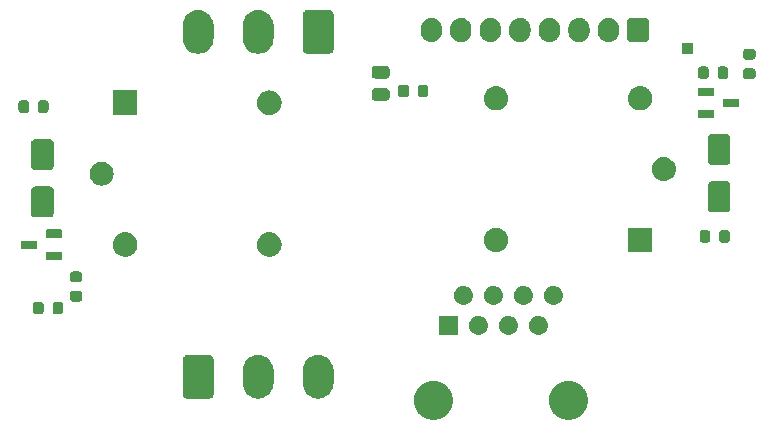
<source format=gbr>
G04 #@! TF.GenerationSoftware,KiCad,Pcbnew,7.99.0-1900-g89780d353a*
G04 #@! TF.CreationDate,2023-08-02T11:36:18+03:00*
G04 #@! TF.ProjectId,RP2040_minimal,52503230-3430-45f6-9d69-6e696d616c2e,REV1*
G04 #@! TF.SameCoordinates,Original*
G04 #@! TF.FileFunction,Soldermask,Top*
G04 #@! TF.FilePolarity,Negative*
%FSLAX46Y46*%
G04 Gerber Fmt 4.6, Leading zero omitted, Abs format (unit mm)*
G04 Created by KiCad (PCBNEW 7.99.0-1900-g89780d353a) date 2023-08-02 11:36:18*
%MOMM*%
%LPD*%
G01*
G04 APERTURE LIST*
G04 APERTURE END LIST*
G36*
X172173751Y-106276142D02*
G01*
X172236872Y-106276142D01*
X172305850Y-106286538D01*
X172371773Y-106291727D01*
X172424906Y-106304483D01*
X172480849Y-106312915D01*
X172553947Y-106335463D01*
X172623687Y-106352206D01*
X172668784Y-106370885D01*
X172716632Y-106385645D01*
X172791748Y-106421819D01*
X172863038Y-106451348D01*
X172899631Y-106473772D01*
X172938937Y-106492701D01*
X173013700Y-106543674D01*
X173083933Y-106586713D01*
X173112057Y-106610733D01*
X173142802Y-106631695D01*
X173214589Y-106698304D01*
X173280933Y-106754967D01*
X173301079Y-106778555D01*
X173323676Y-106799522D01*
X173389741Y-106882365D01*
X173449187Y-106951967D01*
X173462260Y-106973301D01*
X173477517Y-106992432D01*
X173535050Y-107092083D01*
X173584552Y-107172862D01*
X173591823Y-107190416D01*
X173600885Y-107206112D01*
X173647115Y-107323904D01*
X173683694Y-107412213D01*
X173686717Y-107424808D01*
X173691029Y-107435793D01*
X173723315Y-107577250D01*
X173744173Y-107664127D01*
X173744714Y-107671001D01*
X173745935Y-107676351D01*
X173761846Y-107888688D01*
X173764500Y-107922400D01*
X173761846Y-107956114D01*
X173745935Y-108168448D01*
X173744714Y-108173796D01*
X173744173Y-108180673D01*
X173723311Y-108267568D01*
X173691029Y-108409006D01*
X173686718Y-108419988D01*
X173683694Y-108432587D01*
X173647108Y-108520913D01*
X173600885Y-108638687D01*
X173591824Y-108654379D01*
X173584552Y-108671938D01*
X173535040Y-108752733D01*
X173477517Y-108852367D01*
X173462263Y-108871494D01*
X173449187Y-108892833D01*
X173389729Y-108962448D01*
X173323676Y-109045277D01*
X173301083Y-109066239D01*
X173280933Y-109089833D01*
X173214576Y-109146507D01*
X173142802Y-109213104D01*
X173112063Y-109234061D01*
X173083933Y-109258087D01*
X173013686Y-109301134D01*
X172938937Y-109352098D01*
X172899638Y-109371022D01*
X172863038Y-109393452D01*
X172791733Y-109422987D01*
X172716632Y-109459154D01*
X172668793Y-109473910D01*
X172623687Y-109492594D01*
X172553932Y-109509340D01*
X172480849Y-109531884D01*
X172424914Y-109540314D01*
X172371773Y-109553073D01*
X172305846Y-109558261D01*
X172236872Y-109568658D01*
X172173751Y-109568658D01*
X172113500Y-109573400D01*
X172053249Y-109568658D01*
X171990128Y-109568658D01*
X171921152Y-109558261D01*
X171855227Y-109553073D01*
X171802086Y-109540315D01*
X171746150Y-109531884D01*
X171673062Y-109509339D01*
X171603313Y-109492594D01*
X171558209Y-109473911D01*
X171510367Y-109459154D01*
X171435261Y-109422985D01*
X171363962Y-109393452D01*
X171327361Y-109371023D01*
X171288063Y-109352098D01*
X171213310Y-109301132D01*
X171143067Y-109258087D01*
X171114940Y-109234064D01*
X171084197Y-109213104D01*
X171012411Y-109146496D01*
X170946067Y-109089833D01*
X170925920Y-109066244D01*
X170903323Y-109045277D01*
X170837255Y-108962430D01*
X170777813Y-108892833D01*
X170764740Y-108871499D01*
X170749482Y-108852367D01*
X170691942Y-108752704D01*
X170642448Y-108671938D01*
X170635177Y-108654385D01*
X170626114Y-108638687D01*
X170579872Y-108520867D01*
X170543306Y-108432587D01*
X170540282Y-108419995D01*
X170535970Y-108409006D01*
X170503668Y-108267483D01*
X170482827Y-108180673D01*
X170482286Y-108173803D01*
X170481064Y-108168448D01*
X170465133Y-107955866D01*
X170462500Y-107922400D01*
X170465130Y-107888971D01*
X170481064Y-107676351D01*
X170482286Y-107670995D01*
X170482827Y-107664127D01*
X170503663Y-107577335D01*
X170535970Y-107435793D01*
X170540283Y-107424802D01*
X170543306Y-107412213D01*
X170579865Y-107323950D01*
X170626114Y-107206112D01*
X170635179Y-107190410D01*
X170642448Y-107172862D01*
X170691932Y-107092111D01*
X170749482Y-106992432D01*
X170764742Y-106973295D01*
X170777813Y-106951967D01*
X170837243Y-106882383D01*
X170903323Y-106799522D01*
X170925924Y-106778550D01*
X170946067Y-106754967D01*
X171012397Y-106698315D01*
X171084197Y-106631695D01*
X171114946Y-106610730D01*
X171143067Y-106586713D01*
X171213295Y-106543676D01*
X171288063Y-106492701D01*
X171327369Y-106473772D01*
X171363962Y-106451348D01*
X171435246Y-106421821D01*
X171510367Y-106385645D01*
X171558218Y-106370884D01*
X171603313Y-106352206D01*
X171673047Y-106335464D01*
X171746150Y-106312915D01*
X171802094Y-106304482D01*
X171855227Y-106291727D01*
X171921148Y-106286538D01*
X171990128Y-106276142D01*
X172053249Y-106276142D01*
X172113500Y-106271400D01*
X172173751Y-106276142D01*
G37*
G36*
X183603751Y-106276142D02*
G01*
X183666872Y-106276142D01*
X183735850Y-106286538D01*
X183801773Y-106291727D01*
X183854906Y-106304483D01*
X183910849Y-106312915D01*
X183983947Y-106335463D01*
X184053687Y-106352206D01*
X184098784Y-106370885D01*
X184146632Y-106385645D01*
X184221748Y-106421819D01*
X184293038Y-106451348D01*
X184329631Y-106473772D01*
X184368937Y-106492701D01*
X184443700Y-106543674D01*
X184513933Y-106586713D01*
X184542057Y-106610733D01*
X184572802Y-106631695D01*
X184644589Y-106698304D01*
X184710933Y-106754967D01*
X184731079Y-106778555D01*
X184753676Y-106799522D01*
X184819741Y-106882365D01*
X184879187Y-106951967D01*
X184892260Y-106973301D01*
X184907517Y-106992432D01*
X184965050Y-107092083D01*
X185014552Y-107172862D01*
X185021823Y-107190416D01*
X185030885Y-107206112D01*
X185077115Y-107323904D01*
X185113694Y-107412213D01*
X185116717Y-107424808D01*
X185121029Y-107435793D01*
X185153315Y-107577250D01*
X185174173Y-107664127D01*
X185174714Y-107671001D01*
X185175935Y-107676351D01*
X185191848Y-107888705D01*
X185194500Y-107922400D01*
X185191845Y-107956131D01*
X185175935Y-108168448D01*
X185174714Y-108173796D01*
X185174173Y-108180673D01*
X185153311Y-108267568D01*
X185121029Y-108409006D01*
X185116718Y-108419988D01*
X185113694Y-108432587D01*
X185077108Y-108520913D01*
X185030885Y-108638687D01*
X185021824Y-108654379D01*
X185014552Y-108671938D01*
X184965040Y-108752733D01*
X184907517Y-108852367D01*
X184892263Y-108871494D01*
X184879187Y-108892833D01*
X184819729Y-108962448D01*
X184753676Y-109045277D01*
X184731083Y-109066239D01*
X184710933Y-109089833D01*
X184644576Y-109146507D01*
X184572802Y-109213104D01*
X184542063Y-109234061D01*
X184513933Y-109258087D01*
X184443686Y-109301134D01*
X184368937Y-109352098D01*
X184329638Y-109371022D01*
X184293038Y-109393452D01*
X184221733Y-109422987D01*
X184146632Y-109459154D01*
X184098793Y-109473910D01*
X184053687Y-109492594D01*
X183983932Y-109509340D01*
X183910849Y-109531884D01*
X183854914Y-109540314D01*
X183801773Y-109553073D01*
X183735846Y-109558261D01*
X183666872Y-109568658D01*
X183603751Y-109568658D01*
X183543500Y-109573400D01*
X183483249Y-109568658D01*
X183420128Y-109568658D01*
X183351152Y-109558261D01*
X183285227Y-109553073D01*
X183232086Y-109540315D01*
X183176150Y-109531884D01*
X183103062Y-109509339D01*
X183033313Y-109492594D01*
X182988209Y-109473911D01*
X182940367Y-109459154D01*
X182865261Y-109422985D01*
X182793962Y-109393452D01*
X182757361Y-109371023D01*
X182718063Y-109352098D01*
X182643310Y-109301132D01*
X182573067Y-109258087D01*
X182544940Y-109234064D01*
X182514197Y-109213104D01*
X182442411Y-109146496D01*
X182376067Y-109089833D01*
X182355920Y-109066244D01*
X182333323Y-109045277D01*
X182267255Y-108962430D01*
X182207813Y-108892833D01*
X182194740Y-108871499D01*
X182179482Y-108852367D01*
X182121942Y-108752704D01*
X182072448Y-108671938D01*
X182065177Y-108654385D01*
X182056114Y-108638687D01*
X182009872Y-108520867D01*
X181973306Y-108432587D01*
X181970282Y-108419995D01*
X181965970Y-108409006D01*
X181933668Y-108267483D01*
X181912827Y-108180673D01*
X181912286Y-108173803D01*
X181911064Y-108168448D01*
X181895133Y-107955866D01*
X181892500Y-107922400D01*
X181895130Y-107888971D01*
X181911064Y-107676351D01*
X181912286Y-107670995D01*
X181912827Y-107664127D01*
X181933663Y-107577335D01*
X181965970Y-107435793D01*
X181970283Y-107424802D01*
X181973306Y-107412213D01*
X182009865Y-107323950D01*
X182056114Y-107206112D01*
X182065179Y-107190410D01*
X182072448Y-107172862D01*
X182121932Y-107092111D01*
X182179482Y-106992432D01*
X182194742Y-106973295D01*
X182207813Y-106951967D01*
X182267243Y-106882383D01*
X182333323Y-106799522D01*
X182355924Y-106778550D01*
X182376067Y-106754967D01*
X182442397Y-106698315D01*
X182514197Y-106631695D01*
X182544946Y-106610730D01*
X182573067Y-106586713D01*
X182643295Y-106543676D01*
X182718063Y-106492701D01*
X182757369Y-106473772D01*
X182793962Y-106451348D01*
X182865246Y-106421821D01*
X182940367Y-106385645D01*
X182988218Y-106370884D01*
X183033313Y-106352206D01*
X183103047Y-106335464D01*
X183176150Y-106312915D01*
X183232094Y-106304482D01*
X183285227Y-106291727D01*
X183351148Y-106286538D01*
X183420128Y-106276142D01*
X183483249Y-106276142D01*
X183543500Y-106271400D01*
X183603751Y-106276142D01*
G37*
G36*
X153245810Y-104092012D02*
G01*
X153251356Y-104094723D01*
X153253961Y-104095136D01*
X153295627Y-104116365D01*
X153349757Y-104142828D01*
X153431572Y-104224643D01*
X153458045Y-104278796D01*
X153479263Y-104320438D01*
X153479675Y-104323040D01*
X153482388Y-104328590D01*
X153497000Y-104428880D01*
X153497000Y-107427920D01*
X153482388Y-107528210D01*
X153479675Y-107533759D01*
X153479263Y-107536361D01*
X153458057Y-107577978D01*
X153431572Y-107632157D01*
X153349757Y-107713972D01*
X153295578Y-107740457D01*
X153253961Y-107761663D01*
X153251359Y-107762075D01*
X153245810Y-107764788D01*
X153145520Y-107779400D01*
X151246480Y-107779400D01*
X151146190Y-107764788D01*
X151140640Y-107762075D01*
X151138038Y-107761663D01*
X151096396Y-107740445D01*
X151042243Y-107713972D01*
X150960428Y-107632157D01*
X150933965Y-107578027D01*
X150912736Y-107536361D01*
X150912323Y-107533756D01*
X150909612Y-107528210D01*
X150895000Y-107427920D01*
X150895000Y-104428880D01*
X150909612Y-104328590D01*
X150912323Y-104323043D01*
X150912736Y-104320438D01*
X150933977Y-104278747D01*
X150960428Y-104224643D01*
X151042243Y-104142828D01*
X151096347Y-104116377D01*
X151138038Y-104095136D01*
X151140643Y-104094723D01*
X151146190Y-104092012D01*
X151246480Y-104077400D01*
X153145520Y-104077400D01*
X153245810Y-104092012D01*
G37*
G36*
X157501916Y-104097165D02*
G01*
X157720968Y-104155860D01*
X157926500Y-104251701D01*
X158112267Y-104381776D01*
X158272624Y-104542133D01*
X158402699Y-104727900D01*
X158498540Y-104933432D01*
X158557235Y-105152484D01*
X158577000Y-105378400D01*
X158577000Y-106478400D01*
X158557235Y-106704316D01*
X158498540Y-106923368D01*
X158402699Y-107128900D01*
X158272624Y-107314667D01*
X158112267Y-107475024D01*
X157926500Y-107605099D01*
X157720968Y-107700940D01*
X157501916Y-107759635D01*
X157276000Y-107779400D01*
X157050084Y-107759635D01*
X156831032Y-107700940D01*
X156625500Y-107605099D01*
X156439733Y-107475024D01*
X156279376Y-107314667D01*
X156149301Y-107128900D01*
X156053460Y-106923368D01*
X155994765Y-106704316D01*
X155975000Y-106478400D01*
X155975000Y-105378400D01*
X155994765Y-105152484D01*
X156053460Y-104933432D01*
X156149301Y-104727900D01*
X156279376Y-104542133D01*
X156439733Y-104381776D01*
X156625500Y-104251701D01*
X156831032Y-104155860D01*
X157050084Y-104097165D01*
X157276000Y-104077400D01*
X157501916Y-104097165D01*
G37*
G36*
X162581916Y-104097165D02*
G01*
X162800968Y-104155860D01*
X163006500Y-104251701D01*
X163192267Y-104381776D01*
X163352624Y-104542133D01*
X163482699Y-104727900D01*
X163578540Y-104933432D01*
X163637235Y-105152484D01*
X163657000Y-105378400D01*
X163657000Y-106478400D01*
X163637235Y-106704316D01*
X163578540Y-106923368D01*
X163482699Y-107128900D01*
X163352624Y-107314667D01*
X163192267Y-107475024D01*
X163006500Y-107605099D01*
X162800968Y-107700940D01*
X162581916Y-107759635D01*
X162356000Y-107779400D01*
X162130084Y-107759635D01*
X161911032Y-107700940D01*
X161705500Y-107605099D01*
X161519733Y-107475024D01*
X161359376Y-107314667D01*
X161229301Y-107128900D01*
X161133460Y-106923368D01*
X161074765Y-106704316D01*
X161055000Y-106478400D01*
X161055000Y-105378400D01*
X161074765Y-105152484D01*
X161133460Y-104933432D01*
X161229301Y-104727900D01*
X161359376Y-104542133D01*
X161519733Y-104381776D01*
X161705500Y-104251701D01*
X161911032Y-104155860D01*
X162130084Y-104097165D01*
X162356000Y-104077400D01*
X162581916Y-104097165D01*
G37*
G36*
X174153017Y-100775282D02*
G01*
X174169562Y-100786338D01*
X174180618Y-100802883D01*
X174184500Y-100822400D01*
X174184500Y-102322400D01*
X174180618Y-102341917D01*
X174169562Y-102358462D01*
X174153017Y-102369518D01*
X174133500Y-102373400D01*
X172633500Y-102373400D01*
X172613983Y-102369518D01*
X172597438Y-102358462D01*
X172586382Y-102341917D01*
X172582500Y-102322400D01*
X172582500Y-100822400D01*
X172586382Y-100802883D01*
X172597438Y-100786338D01*
X172613983Y-100775282D01*
X172633500Y-100771400D01*
X174133500Y-100771400D01*
X174153017Y-100775282D01*
G37*
G36*
X175964627Y-100776034D02*
G01*
X176007200Y-100776034D01*
X176055225Y-100786242D01*
X176101739Y-100791483D01*
X176135562Y-100803318D01*
X176170945Y-100810839D01*
X176221937Y-100833541D01*
X176271041Y-100850724D01*
X176296598Y-100866783D01*
X176323877Y-100878928D01*
X176374742Y-100915883D01*
X176422915Y-100946153D01*
X176440215Y-100963453D01*
X176459308Y-100977325D01*
X176506510Y-101029748D01*
X176549747Y-101072985D01*
X176559692Y-101088812D01*
X176571324Y-101101731D01*
X176611114Y-101170650D01*
X176645176Y-101224859D01*
X176649429Y-101237013D01*
X176655022Y-101246701D01*
X176683660Y-101334842D01*
X176704417Y-101394161D01*
X176705204Y-101401146D01*
X176706754Y-101405917D01*
X176720809Y-101539642D01*
X176724500Y-101572400D01*
X176720808Y-101605160D01*
X176706754Y-101738882D01*
X176705204Y-101743651D01*
X176704417Y-101750639D01*
X176683656Y-101809970D01*
X176655022Y-101898098D01*
X176649430Y-101907783D01*
X176645176Y-101919941D01*
X176611107Y-101974160D01*
X176571324Y-102043068D01*
X176559694Y-102055984D01*
X176549747Y-102071815D01*
X176506501Y-102115060D01*
X176459308Y-102167474D01*
X176440218Y-102181343D01*
X176422915Y-102198647D01*
X176374731Y-102228922D01*
X176323877Y-102265871D01*
X176296604Y-102278013D01*
X176271041Y-102294076D01*
X176221926Y-102311261D01*
X176170945Y-102333960D01*
X176135567Y-102341479D01*
X176101739Y-102353317D01*
X176055222Y-102358558D01*
X176007200Y-102368766D01*
X175964627Y-102368766D01*
X175923500Y-102373400D01*
X175882373Y-102368766D01*
X175839800Y-102368766D01*
X175791776Y-102358558D01*
X175745261Y-102353317D01*
X175711433Y-102341480D01*
X175676054Y-102333960D01*
X175625068Y-102311260D01*
X175575959Y-102294076D01*
X175550398Y-102278014D01*
X175523122Y-102265871D01*
X175472260Y-102228917D01*
X175424085Y-102198647D01*
X175406783Y-102181345D01*
X175387691Y-102167474D01*
X175340488Y-102115050D01*
X175297253Y-102071815D01*
X175287308Y-102055987D01*
X175275675Y-102043068D01*
X175235880Y-101974140D01*
X175201824Y-101919941D01*
X175197571Y-101907788D01*
X175191977Y-101898098D01*
X175163329Y-101809930D01*
X175142583Y-101750639D01*
X175141796Y-101743656D01*
X175140245Y-101738882D01*
X175126176Y-101605028D01*
X175122500Y-101572400D01*
X175126176Y-101539774D01*
X175140245Y-101405917D01*
X175141796Y-101401142D01*
X175142583Y-101394161D01*
X175163325Y-101334882D01*
X175191977Y-101246701D01*
X175197572Y-101237009D01*
X175201824Y-101224859D01*
X175235873Y-101170670D01*
X175275675Y-101101731D01*
X175287310Y-101088808D01*
X175297253Y-101072985D01*
X175340479Y-101029758D01*
X175387691Y-100977325D01*
X175406787Y-100963450D01*
X175424085Y-100946153D01*
X175472255Y-100915885D01*
X175523123Y-100878928D01*
X175550401Y-100866782D01*
X175575959Y-100850724D01*
X175625059Y-100833542D01*
X175676054Y-100810839D01*
X175711439Y-100803317D01*
X175745261Y-100791483D01*
X175791773Y-100786242D01*
X175839800Y-100776034D01*
X175882373Y-100776034D01*
X175923500Y-100771400D01*
X175964627Y-100776034D01*
G37*
G36*
X178504627Y-100776034D02*
G01*
X178547200Y-100776034D01*
X178595225Y-100786242D01*
X178641739Y-100791483D01*
X178675562Y-100803318D01*
X178710945Y-100810839D01*
X178761937Y-100833541D01*
X178811041Y-100850724D01*
X178836598Y-100866783D01*
X178863877Y-100878928D01*
X178914742Y-100915883D01*
X178962915Y-100946153D01*
X178980215Y-100963453D01*
X178999308Y-100977325D01*
X179046510Y-101029748D01*
X179089747Y-101072985D01*
X179099692Y-101088812D01*
X179111324Y-101101731D01*
X179151114Y-101170650D01*
X179185176Y-101224859D01*
X179189429Y-101237013D01*
X179195022Y-101246701D01*
X179223660Y-101334842D01*
X179244417Y-101394161D01*
X179245204Y-101401146D01*
X179246754Y-101405917D01*
X179260810Y-101539653D01*
X179264500Y-101572400D01*
X179260807Y-101605171D01*
X179246754Y-101738882D01*
X179245204Y-101743651D01*
X179244417Y-101750639D01*
X179223656Y-101809970D01*
X179195022Y-101898098D01*
X179189430Y-101907783D01*
X179185176Y-101919941D01*
X179151107Y-101974160D01*
X179111324Y-102043068D01*
X179099694Y-102055984D01*
X179089747Y-102071815D01*
X179046501Y-102115060D01*
X178999308Y-102167474D01*
X178980218Y-102181343D01*
X178962915Y-102198647D01*
X178914731Y-102228922D01*
X178863877Y-102265871D01*
X178836604Y-102278013D01*
X178811041Y-102294076D01*
X178761926Y-102311261D01*
X178710945Y-102333960D01*
X178675567Y-102341479D01*
X178641739Y-102353317D01*
X178595222Y-102358558D01*
X178547200Y-102368766D01*
X178504627Y-102368766D01*
X178463500Y-102373400D01*
X178422373Y-102368766D01*
X178379800Y-102368766D01*
X178331776Y-102358558D01*
X178285261Y-102353317D01*
X178251433Y-102341480D01*
X178216054Y-102333960D01*
X178165068Y-102311260D01*
X178115959Y-102294076D01*
X178090398Y-102278014D01*
X178063122Y-102265871D01*
X178012260Y-102228917D01*
X177964085Y-102198647D01*
X177946783Y-102181345D01*
X177927691Y-102167474D01*
X177880488Y-102115050D01*
X177837253Y-102071815D01*
X177827308Y-102055987D01*
X177815675Y-102043068D01*
X177775880Y-101974140D01*
X177741824Y-101919941D01*
X177737571Y-101907788D01*
X177731977Y-101898098D01*
X177703329Y-101809930D01*
X177682583Y-101750639D01*
X177681796Y-101743656D01*
X177680245Y-101738882D01*
X177666177Y-101605039D01*
X177662500Y-101572400D01*
X177666174Y-101539785D01*
X177680245Y-101405917D01*
X177681796Y-101401142D01*
X177682583Y-101394161D01*
X177703325Y-101334882D01*
X177731977Y-101246701D01*
X177737572Y-101237009D01*
X177741824Y-101224859D01*
X177775873Y-101170670D01*
X177815675Y-101101731D01*
X177827310Y-101088808D01*
X177837253Y-101072985D01*
X177880479Y-101029758D01*
X177927691Y-100977325D01*
X177946787Y-100963450D01*
X177964085Y-100946153D01*
X178012255Y-100915885D01*
X178063123Y-100878928D01*
X178090401Y-100866782D01*
X178115959Y-100850724D01*
X178165059Y-100833542D01*
X178216054Y-100810839D01*
X178251439Y-100803317D01*
X178285261Y-100791483D01*
X178331773Y-100786242D01*
X178379800Y-100776034D01*
X178422373Y-100776034D01*
X178463500Y-100771400D01*
X178504627Y-100776034D01*
G37*
G36*
X181044627Y-100776034D02*
G01*
X181087200Y-100776034D01*
X181135225Y-100786242D01*
X181181739Y-100791483D01*
X181215562Y-100803318D01*
X181250945Y-100810839D01*
X181301937Y-100833541D01*
X181351041Y-100850724D01*
X181376598Y-100866783D01*
X181403877Y-100878928D01*
X181454742Y-100915883D01*
X181502915Y-100946153D01*
X181520215Y-100963453D01*
X181539308Y-100977325D01*
X181586510Y-101029748D01*
X181629747Y-101072985D01*
X181639692Y-101088812D01*
X181651324Y-101101731D01*
X181691114Y-101170650D01*
X181725176Y-101224859D01*
X181729429Y-101237013D01*
X181735022Y-101246701D01*
X181763660Y-101334842D01*
X181784417Y-101394161D01*
X181785204Y-101401146D01*
X181786754Y-101405917D01*
X181800809Y-101539642D01*
X181804500Y-101572400D01*
X181800808Y-101605160D01*
X181786754Y-101738882D01*
X181785204Y-101743651D01*
X181784417Y-101750639D01*
X181763656Y-101809970D01*
X181735022Y-101898098D01*
X181729430Y-101907783D01*
X181725176Y-101919941D01*
X181691107Y-101974160D01*
X181651324Y-102043068D01*
X181639694Y-102055984D01*
X181629747Y-102071815D01*
X181586501Y-102115060D01*
X181539308Y-102167474D01*
X181520218Y-102181343D01*
X181502915Y-102198647D01*
X181454731Y-102228922D01*
X181403877Y-102265871D01*
X181376604Y-102278013D01*
X181351041Y-102294076D01*
X181301926Y-102311261D01*
X181250945Y-102333960D01*
X181215567Y-102341479D01*
X181181739Y-102353317D01*
X181135222Y-102358558D01*
X181087200Y-102368766D01*
X181044627Y-102368766D01*
X181003500Y-102373400D01*
X180962373Y-102368766D01*
X180919800Y-102368766D01*
X180871776Y-102358558D01*
X180825261Y-102353317D01*
X180791433Y-102341480D01*
X180756054Y-102333960D01*
X180705068Y-102311260D01*
X180655959Y-102294076D01*
X180630398Y-102278014D01*
X180603122Y-102265871D01*
X180552260Y-102228917D01*
X180504085Y-102198647D01*
X180486783Y-102181345D01*
X180467691Y-102167474D01*
X180420488Y-102115050D01*
X180377253Y-102071815D01*
X180367308Y-102055987D01*
X180355675Y-102043068D01*
X180315880Y-101974140D01*
X180281824Y-101919941D01*
X180277571Y-101907788D01*
X180271977Y-101898098D01*
X180243329Y-101809930D01*
X180222583Y-101750639D01*
X180221796Y-101743656D01*
X180220245Y-101738882D01*
X180206176Y-101605028D01*
X180202500Y-101572400D01*
X180206176Y-101539774D01*
X180220245Y-101405917D01*
X180221796Y-101401142D01*
X180222583Y-101394161D01*
X180243325Y-101334882D01*
X180271977Y-101246701D01*
X180277572Y-101237009D01*
X180281824Y-101224859D01*
X180315873Y-101170670D01*
X180355675Y-101101731D01*
X180367310Y-101088808D01*
X180377253Y-101072985D01*
X180420479Y-101029758D01*
X180467691Y-100977325D01*
X180486787Y-100963450D01*
X180504085Y-100946153D01*
X180552255Y-100915885D01*
X180603123Y-100878928D01*
X180630401Y-100866782D01*
X180655959Y-100850724D01*
X180705059Y-100833542D01*
X180756054Y-100810839D01*
X180791439Y-100803317D01*
X180825261Y-100791483D01*
X180871773Y-100786242D01*
X180919800Y-100776034D01*
X180962373Y-100776034D01*
X181003500Y-100771400D01*
X181044627Y-100776034D01*
G37*
G36*
X138869638Y-99593123D02*
G01*
X138921819Y-99599177D01*
X138939647Y-99607049D01*
X138962054Y-99611506D01*
X138986042Y-99627534D01*
X139007409Y-99636969D01*
X139022002Y-99651562D01*
X139043484Y-99665916D01*
X139057837Y-99687397D01*
X139072430Y-99701990D01*
X139081863Y-99723354D01*
X139097894Y-99747346D01*
X139102351Y-99769754D01*
X139110222Y-99787580D01*
X139116274Y-99839751D01*
X139117000Y-99843400D01*
X139117000Y-100393400D01*
X139116273Y-100397051D01*
X139110222Y-100449219D01*
X139102351Y-100467043D01*
X139097894Y-100489454D01*
X139081862Y-100513447D01*
X139072430Y-100534809D01*
X139057839Y-100549399D01*
X139043484Y-100570884D01*
X139021999Y-100585239D01*
X139007409Y-100599830D01*
X138986047Y-100609262D01*
X138962054Y-100625294D01*
X138939643Y-100629751D01*
X138921819Y-100637622D01*
X138869650Y-100643673D01*
X138866000Y-100644400D01*
X138466000Y-100644400D01*
X138462351Y-100643674D01*
X138410180Y-100637622D01*
X138392354Y-100629751D01*
X138369946Y-100625294D01*
X138345954Y-100609263D01*
X138324590Y-100599830D01*
X138309997Y-100585237D01*
X138288516Y-100570884D01*
X138274162Y-100549402D01*
X138259569Y-100534809D01*
X138250134Y-100513442D01*
X138234106Y-100489454D01*
X138229649Y-100467047D01*
X138221777Y-100449219D01*
X138215723Y-100397038D01*
X138215000Y-100393400D01*
X138215000Y-99843400D01*
X138215723Y-99839761D01*
X138221777Y-99787580D01*
X138229649Y-99769750D01*
X138234106Y-99747346D01*
X138250133Y-99723359D01*
X138259569Y-99701990D01*
X138274164Y-99687394D01*
X138288516Y-99665916D01*
X138309994Y-99651564D01*
X138324590Y-99636969D01*
X138345959Y-99627533D01*
X138369946Y-99611506D01*
X138392350Y-99607049D01*
X138410180Y-99599177D01*
X138462363Y-99593123D01*
X138466000Y-99592400D01*
X138866000Y-99592400D01*
X138869638Y-99593123D01*
G37*
G36*
X140519638Y-99593123D02*
G01*
X140571819Y-99599177D01*
X140589647Y-99607049D01*
X140612054Y-99611506D01*
X140636042Y-99627534D01*
X140657409Y-99636969D01*
X140672002Y-99651562D01*
X140693484Y-99665916D01*
X140707837Y-99687397D01*
X140722430Y-99701990D01*
X140731863Y-99723354D01*
X140747894Y-99747346D01*
X140752351Y-99769754D01*
X140760222Y-99787580D01*
X140766274Y-99839751D01*
X140767000Y-99843400D01*
X140767000Y-100393400D01*
X140766273Y-100397051D01*
X140760222Y-100449219D01*
X140752351Y-100467043D01*
X140747894Y-100489454D01*
X140731862Y-100513447D01*
X140722430Y-100534809D01*
X140707839Y-100549399D01*
X140693484Y-100570884D01*
X140671999Y-100585239D01*
X140657409Y-100599830D01*
X140636047Y-100609262D01*
X140612054Y-100625294D01*
X140589643Y-100629751D01*
X140571819Y-100637622D01*
X140519650Y-100643673D01*
X140516000Y-100644400D01*
X140116000Y-100644400D01*
X140112351Y-100643674D01*
X140060180Y-100637622D01*
X140042354Y-100629751D01*
X140019946Y-100625294D01*
X139995954Y-100609263D01*
X139974590Y-100599830D01*
X139959997Y-100585237D01*
X139938516Y-100570884D01*
X139924162Y-100549402D01*
X139909569Y-100534809D01*
X139900134Y-100513442D01*
X139884106Y-100489454D01*
X139879649Y-100467047D01*
X139871777Y-100449219D01*
X139865723Y-100397038D01*
X139865000Y-100393400D01*
X139865000Y-99843400D01*
X139865723Y-99839761D01*
X139871777Y-99787580D01*
X139879649Y-99769750D01*
X139884106Y-99747346D01*
X139900133Y-99723359D01*
X139909569Y-99701990D01*
X139924164Y-99687394D01*
X139938516Y-99665916D01*
X139959994Y-99651564D01*
X139974590Y-99636969D01*
X139995959Y-99627533D01*
X140019946Y-99611506D01*
X140042350Y-99607049D01*
X140060180Y-99599177D01*
X140112363Y-99593123D01*
X140116000Y-99592400D01*
X140516000Y-99592400D01*
X140519638Y-99593123D01*
G37*
G36*
X174694627Y-98236034D02*
G01*
X174737200Y-98236034D01*
X174785225Y-98246242D01*
X174831739Y-98251483D01*
X174865562Y-98263318D01*
X174900945Y-98270839D01*
X174951937Y-98293541D01*
X175001041Y-98310724D01*
X175026598Y-98326783D01*
X175053877Y-98338928D01*
X175104742Y-98375883D01*
X175152915Y-98406153D01*
X175170215Y-98423453D01*
X175189308Y-98437325D01*
X175236510Y-98489748D01*
X175279747Y-98532985D01*
X175289692Y-98548812D01*
X175301324Y-98561731D01*
X175341114Y-98630650D01*
X175375176Y-98684859D01*
X175379429Y-98697013D01*
X175385022Y-98706701D01*
X175413660Y-98794842D01*
X175434417Y-98854161D01*
X175435204Y-98861146D01*
X175436754Y-98865917D01*
X175450809Y-98999642D01*
X175454500Y-99032400D01*
X175450808Y-99065160D01*
X175436754Y-99198882D01*
X175435204Y-99203651D01*
X175434417Y-99210639D01*
X175413656Y-99269970D01*
X175385022Y-99358098D01*
X175379430Y-99367783D01*
X175375176Y-99379941D01*
X175341107Y-99434160D01*
X175301324Y-99503068D01*
X175289694Y-99515984D01*
X175279747Y-99531815D01*
X175236501Y-99575060D01*
X175189308Y-99627474D01*
X175170218Y-99641343D01*
X175152915Y-99658647D01*
X175104731Y-99688922D01*
X175053877Y-99725871D01*
X175026604Y-99738013D01*
X175001041Y-99754076D01*
X174951926Y-99771261D01*
X174900945Y-99793960D01*
X174865567Y-99801479D01*
X174831739Y-99813317D01*
X174785222Y-99818558D01*
X174737200Y-99828766D01*
X174694627Y-99828766D01*
X174653500Y-99833400D01*
X174612373Y-99828766D01*
X174569800Y-99828766D01*
X174521776Y-99818558D01*
X174475261Y-99813317D01*
X174441433Y-99801480D01*
X174406054Y-99793960D01*
X174355068Y-99771260D01*
X174305959Y-99754076D01*
X174280398Y-99738014D01*
X174253122Y-99725871D01*
X174202260Y-99688917D01*
X174154085Y-99658647D01*
X174136783Y-99641345D01*
X174117691Y-99627474D01*
X174070488Y-99575050D01*
X174027253Y-99531815D01*
X174017308Y-99515987D01*
X174005675Y-99503068D01*
X173965880Y-99434140D01*
X173931824Y-99379941D01*
X173927571Y-99367788D01*
X173921977Y-99358098D01*
X173893329Y-99269930D01*
X173872583Y-99210639D01*
X173871796Y-99203656D01*
X173870245Y-99198882D01*
X173856176Y-99065028D01*
X173852500Y-99032400D01*
X173856176Y-98999774D01*
X173870245Y-98865917D01*
X173871796Y-98861142D01*
X173872583Y-98854161D01*
X173893325Y-98794882D01*
X173921977Y-98706701D01*
X173927572Y-98697009D01*
X173931824Y-98684859D01*
X173965873Y-98630670D01*
X174005675Y-98561731D01*
X174017310Y-98548808D01*
X174027253Y-98532985D01*
X174070479Y-98489758D01*
X174117691Y-98437325D01*
X174136787Y-98423450D01*
X174154085Y-98406153D01*
X174202255Y-98375885D01*
X174253123Y-98338928D01*
X174280401Y-98326782D01*
X174305959Y-98310724D01*
X174355059Y-98293542D01*
X174406054Y-98270839D01*
X174441439Y-98263317D01*
X174475261Y-98251483D01*
X174521773Y-98246242D01*
X174569800Y-98236034D01*
X174612373Y-98236034D01*
X174653500Y-98231400D01*
X174694627Y-98236034D01*
G37*
G36*
X177234627Y-98236034D02*
G01*
X177277200Y-98236034D01*
X177325225Y-98246242D01*
X177371739Y-98251483D01*
X177405562Y-98263318D01*
X177440945Y-98270839D01*
X177491937Y-98293541D01*
X177541041Y-98310724D01*
X177566598Y-98326783D01*
X177593877Y-98338928D01*
X177644742Y-98375883D01*
X177692915Y-98406153D01*
X177710215Y-98423453D01*
X177729308Y-98437325D01*
X177776510Y-98489748D01*
X177819747Y-98532985D01*
X177829692Y-98548812D01*
X177841324Y-98561731D01*
X177881114Y-98630650D01*
X177915176Y-98684859D01*
X177919429Y-98697013D01*
X177925022Y-98706701D01*
X177953660Y-98794842D01*
X177974417Y-98854161D01*
X177975204Y-98861146D01*
X177976754Y-98865917D01*
X177990809Y-98999642D01*
X177994500Y-99032400D01*
X177990808Y-99065160D01*
X177976754Y-99198882D01*
X177975204Y-99203651D01*
X177974417Y-99210639D01*
X177953656Y-99269970D01*
X177925022Y-99358098D01*
X177919430Y-99367783D01*
X177915176Y-99379941D01*
X177881107Y-99434160D01*
X177841324Y-99503068D01*
X177829694Y-99515984D01*
X177819747Y-99531815D01*
X177776501Y-99575060D01*
X177729308Y-99627474D01*
X177710218Y-99641343D01*
X177692915Y-99658647D01*
X177644731Y-99688922D01*
X177593877Y-99725871D01*
X177566604Y-99738013D01*
X177541041Y-99754076D01*
X177491926Y-99771261D01*
X177440945Y-99793960D01*
X177405567Y-99801479D01*
X177371739Y-99813317D01*
X177325222Y-99818558D01*
X177277200Y-99828766D01*
X177234627Y-99828766D01*
X177193500Y-99833400D01*
X177152373Y-99828766D01*
X177109800Y-99828766D01*
X177061776Y-99818558D01*
X177015261Y-99813317D01*
X176981433Y-99801480D01*
X176946054Y-99793960D01*
X176895068Y-99771260D01*
X176845959Y-99754076D01*
X176820398Y-99738014D01*
X176793122Y-99725871D01*
X176742260Y-99688917D01*
X176694085Y-99658647D01*
X176676783Y-99641345D01*
X176657691Y-99627474D01*
X176610488Y-99575050D01*
X176567253Y-99531815D01*
X176557308Y-99515987D01*
X176545675Y-99503068D01*
X176505880Y-99434140D01*
X176471824Y-99379941D01*
X176467571Y-99367788D01*
X176461977Y-99358098D01*
X176433329Y-99269930D01*
X176412583Y-99210639D01*
X176411796Y-99203656D01*
X176410245Y-99198882D01*
X176396176Y-99065028D01*
X176392500Y-99032400D01*
X176396176Y-98999774D01*
X176410245Y-98865917D01*
X176411796Y-98861142D01*
X176412583Y-98854161D01*
X176433325Y-98794882D01*
X176461977Y-98706701D01*
X176467572Y-98697009D01*
X176471824Y-98684859D01*
X176505873Y-98630670D01*
X176545675Y-98561731D01*
X176557310Y-98548808D01*
X176567253Y-98532985D01*
X176610479Y-98489758D01*
X176657691Y-98437325D01*
X176676787Y-98423450D01*
X176694085Y-98406153D01*
X176742255Y-98375885D01*
X176793123Y-98338928D01*
X176820401Y-98326782D01*
X176845959Y-98310724D01*
X176895059Y-98293542D01*
X176946054Y-98270839D01*
X176981439Y-98263317D01*
X177015261Y-98251483D01*
X177061773Y-98246242D01*
X177109800Y-98236034D01*
X177152373Y-98236034D01*
X177193500Y-98231400D01*
X177234627Y-98236034D01*
G37*
G36*
X179774627Y-98236034D02*
G01*
X179817200Y-98236034D01*
X179865225Y-98246242D01*
X179911739Y-98251483D01*
X179945562Y-98263318D01*
X179980945Y-98270839D01*
X180031937Y-98293541D01*
X180081041Y-98310724D01*
X180106598Y-98326783D01*
X180133877Y-98338928D01*
X180184742Y-98375883D01*
X180232915Y-98406153D01*
X180250215Y-98423453D01*
X180269308Y-98437325D01*
X180316510Y-98489748D01*
X180359747Y-98532985D01*
X180369692Y-98548812D01*
X180381324Y-98561731D01*
X180421114Y-98630650D01*
X180455176Y-98684859D01*
X180459429Y-98697013D01*
X180465022Y-98706701D01*
X180493660Y-98794842D01*
X180514417Y-98854161D01*
X180515204Y-98861146D01*
X180516754Y-98865917D01*
X180530809Y-98999642D01*
X180534500Y-99032400D01*
X180530808Y-99065160D01*
X180516754Y-99198882D01*
X180515204Y-99203651D01*
X180514417Y-99210639D01*
X180493656Y-99269970D01*
X180465022Y-99358098D01*
X180459430Y-99367783D01*
X180455176Y-99379941D01*
X180421107Y-99434160D01*
X180381324Y-99503068D01*
X180369694Y-99515984D01*
X180359747Y-99531815D01*
X180316501Y-99575060D01*
X180269308Y-99627474D01*
X180250218Y-99641343D01*
X180232915Y-99658647D01*
X180184731Y-99688922D01*
X180133877Y-99725871D01*
X180106604Y-99738013D01*
X180081041Y-99754076D01*
X180031926Y-99771261D01*
X179980945Y-99793960D01*
X179945567Y-99801479D01*
X179911739Y-99813317D01*
X179865222Y-99818558D01*
X179817200Y-99828766D01*
X179774627Y-99828766D01*
X179733500Y-99833400D01*
X179692373Y-99828766D01*
X179649800Y-99828766D01*
X179601776Y-99818558D01*
X179555261Y-99813317D01*
X179521433Y-99801480D01*
X179486054Y-99793960D01*
X179435068Y-99771260D01*
X179385959Y-99754076D01*
X179360398Y-99738014D01*
X179333122Y-99725871D01*
X179282260Y-99688917D01*
X179234085Y-99658647D01*
X179216783Y-99641345D01*
X179197691Y-99627474D01*
X179150488Y-99575050D01*
X179107253Y-99531815D01*
X179097308Y-99515987D01*
X179085675Y-99503068D01*
X179045880Y-99434140D01*
X179011824Y-99379941D01*
X179007571Y-99367788D01*
X179001977Y-99358098D01*
X178973329Y-99269930D01*
X178952583Y-99210639D01*
X178951796Y-99203656D01*
X178950245Y-99198882D01*
X178936176Y-99065028D01*
X178932500Y-99032400D01*
X178936176Y-98999774D01*
X178950245Y-98865917D01*
X178951796Y-98861142D01*
X178952583Y-98854161D01*
X178973325Y-98794882D01*
X179001977Y-98706701D01*
X179007572Y-98697009D01*
X179011824Y-98684859D01*
X179045873Y-98630670D01*
X179085675Y-98561731D01*
X179097310Y-98548808D01*
X179107253Y-98532985D01*
X179150479Y-98489758D01*
X179197691Y-98437325D01*
X179216787Y-98423450D01*
X179234085Y-98406153D01*
X179282255Y-98375885D01*
X179333123Y-98338928D01*
X179360401Y-98326782D01*
X179385959Y-98310724D01*
X179435059Y-98293542D01*
X179486054Y-98270839D01*
X179521439Y-98263317D01*
X179555261Y-98251483D01*
X179601773Y-98246242D01*
X179649800Y-98236034D01*
X179692373Y-98236034D01*
X179733500Y-98231400D01*
X179774627Y-98236034D01*
G37*
G36*
X182314627Y-98236034D02*
G01*
X182357200Y-98236034D01*
X182405225Y-98246242D01*
X182451739Y-98251483D01*
X182485562Y-98263318D01*
X182520945Y-98270839D01*
X182571937Y-98293541D01*
X182621041Y-98310724D01*
X182646598Y-98326783D01*
X182673877Y-98338928D01*
X182724742Y-98375883D01*
X182772915Y-98406153D01*
X182790215Y-98423453D01*
X182809308Y-98437325D01*
X182856510Y-98489748D01*
X182899747Y-98532985D01*
X182909692Y-98548812D01*
X182921324Y-98561731D01*
X182961114Y-98630650D01*
X182995176Y-98684859D01*
X182999429Y-98697013D01*
X183005022Y-98706701D01*
X183033660Y-98794842D01*
X183054417Y-98854161D01*
X183055204Y-98861146D01*
X183056754Y-98865917D01*
X183070809Y-98999642D01*
X183074500Y-99032400D01*
X183070808Y-99065160D01*
X183056754Y-99198882D01*
X183055204Y-99203651D01*
X183054417Y-99210639D01*
X183033656Y-99269970D01*
X183005022Y-99358098D01*
X182999430Y-99367783D01*
X182995176Y-99379941D01*
X182961107Y-99434160D01*
X182921324Y-99503068D01*
X182909694Y-99515984D01*
X182899747Y-99531815D01*
X182856501Y-99575060D01*
X182809308Y-99627474D01*
X182790218Y-99641343D01*
X182772915Y-99658647D01*
X182724731Y-99688922D01*
X182673877Y-99725871D01*
X182646604Y-99738013D01*
X182621041Y-99754076D01*
X182571926Y-99771261D01*
X182520945Y-99793960D01*
X182485567Y-99801479D01*
X182451739Y-99813317D01*
X182405222Y-99818558D01*
X182357200Y-99828766D01*
X182314627Y-99828766D01*
X182273500Y-99833400D01*
X182232373Y-99828766D01*
X182189800Y-99828766D01*
X182141776Y-99818558D01*
X182095261Y-99813317D01*
X182061433Y-99801480D01*
X182026054Y-99793960D01*
X181975068Y-99771260D01*
X181925959Y-99754076D01*
X181900398Y-99738014D01*
X181873122Y-99725871D01*
X181822260Y-99688917D01*
X181774085Y-99658647D01*
X181756783Y-99641345D01*
X181737691Y-99627474D01*
X181690488Y-99575050D01*
X181647253Y-99531815D01*
X181637308Y-99515987D01*
X181625675Y-99503068D01*
X181585880Y-99434140D01*
X181551824Y-99379941D01*
X181547571Y-99367788D01*
X181541977Y-99358098D01*
X181513329Y-99269930D01*
X181492583Y-99210639D01*
X181491796Y-99203656D01*
X181490245Y-99198882D01*
X181476176Y-99065028D01*
X181472500Y-99032400D01*
X181476176Y-98999774D01*
X181490245Y-98865917D01*
X181491796Y-98861142D01*
X181492583Y-98854161D01*
X181513325Y-98794882D01*
X181541977Y-98706701D01*
X181547572Y-98697009D01*
X181551824Y-98684859D01*
X181585873Y-98630670D01*
X181625675Y-98561731D01*
X181637310Y-98548808D01*
X181647253Y-98532985D01*
X181690479Y-98489758D01*
X181737691Y-98437325D01*
X181756787Y-98423450D01*
X181774085Y-98406153D01*
X181822255Y-98375885D01*
X181873123Y-98338928D01*
X181900401Y-98326782D01*
X181925959Y-98310724D01*
X181975059Y-98293542D01*
X182026054Y-98270839D01*
X182061439Y-98263317D01*
X182095261Y-98251483D01*
X182141773Y-98246242D01*
X182189800Y-98236034D01*
X182232373Y-98236034D01*
X182273500Y-98231400D01*
X182314627Y-98236034D01*
G37*
G36*
X142144639Y-98668123D02*
G01*
X142196819Y-98674177D01*
X142214647Y-98682049D01*
X142237054Y-98686506D01*
X142261042Y-98702534D01*
X142282409Y-98711969D01*
X142297002Y-98726562D01*
X142318484Y-98740916D01*
X142332837Y-98762397D01*
X142347430Y-98776990D01*
X142356863Y-98798354D01*
X142372894Y-98822346D01*
X142377351Y-98844754D01*
X142385222Y-98862580D01*
X142391274Y-98914751D01*
X142392000Y-98918400D01*
X142392000Y-99318400D01*
X142391273Y-99322050D01*
X142385222Y-99374219D01*
X142377351Y-99392043D01*
X142372894Y-99414454D01*
X142356862Y-99438447D01*
X142347430Y-99459809D01*
X142332839Y-99474399D01*
X142318484Y-99495884D01*
X142296999Y-99510239D01*
X142282409Y-99524830D01*
X142261047Y-99534262D01*
X142237054Y-99550294D01*
X142214643Y-99554751D01*
X142196819Y-99562622D01*
X142144650Y-99568673D01*
X142141000Y-99569400D01*
X141591000Y-99569400D01*
X141587349Y-99568673D01*
X141535180Y-99562622D01*
X141517354Y-99554751D01*
X141494946Y-99550294D01*
X141470954Y-99534263D01*
X141449590Y-99524830D01*
X141434997Y-99510237D01*
X141413516Y-99495884D01*
X141399162Y-99474402D01*
X141384569Y-99459809D01*
X141375134Y-99438442D01*
X141359106Y-99414454D01*
X141354649Y-99392047D01*
X141346777Y-99374219D01*
X141340723Y-99322038D01*
X141340000Y-99318400D01*
X141340000Y-98918400D01*
X141340723Y-98914763D01*
X141346777Y-98862580D01*
X141354649Y-98844750D01*
X141359106Y-98822346D01*
X141375133Y-98798359D01*
X141384569Y-98776990D01*
X141399164Y-98762394D01*
X141413516Y-98740916D01*
X141434994Y-98726564D01*
X141449590Y-98711969D01*
X141470959Y-98702533D01*
X141494946Y-98686506D01*
X141517350Y-98682049D01*
X141535180Y-98674177D01*
X141587363Y-98668123D01*
X141591000Y-98667400D01*
X142141000Y-98667400D01*
X142144639Y-98668123D01*
G37*
G36*
X142144639Y-97018123D02*
G01*
X142196819Y-97024177D01*
X142214647Y-97032049D01*
X142237054Y-97036506D01*
X142261042Y-97052534D01*
X142282409Y-97061969D01*
X142297002Y-97076562D01*
X142318484Y-97090916D01*
X142332837Y-97112397D01*
X142347430Y-97126990D01*
X142356863Y-97148354D01*
X142372894Y-97172346D01*
X142377351Y-97194754D01*
X142385222Y-97212580D01*
X142391274Y-97264751D01*
X142392000Y-97268400D01*
X142392000Y-97668400D01*
X142391273Y-97672050D01*
X142385222Y-97724219D01*
X142377351Y-97742043D01*
X142372894Y-97764454D01*
X142356862Y-97788447D01*
X142347430Y-97809809D01*
X142332839Y-97824399D01*
X142318484Y-97845884D01*
X142296999Y-97860239D01*
X142282409Y-97874830D01*
X142261047Y-97884262D01*
X142237054Y-97900294D01*
X142214643Y-97904751D01*
X142196819Y-97912622D01*
X142144650Y-97918673D01*
X142141000Y-97919400D01*
X141591000Y-97919400D01*
X141587349Y-97918673D01*
X141535180Y-97912622D01*
X141517354Y-97904751D01*
X141494946Y-97900294D01*
X141470954Y-97884263D01*
X141449590Y-97874830D01*
X141434997Y-97860237D01*
X141413516Y-97845884D01*
X141399162Y-97824402D01*
X141384569Y-97809809D01*
X141375134Y-97788442D01*
X141359106Y-97764454D01*
X141354649Y-97742047D01*
X141346777Y-97724219D01*
X141340723Y-97672038D01*
X141340000Y-97668400D01*
X141340000Y-97268400D01*
X141340723Y-97264763D01*
X141346777Y-97212580D01*
X141354649Y-97194750D01*
X141359106Y-97172346D01*
X141375133Y-97148359D01*
X141384569Y-97126990D01*
X141399164Y-97112394D01*
X141413516Y-97090916D01*
X141434994Y-97076564D01*
X141449590Y-97061969D01*
X141470959Y-97052533D01*
X141494946Y-97036506D01*
X141517350Y-97032049D01*
X141535180Y-97024177D01*
X141587363Y-97018123D01*
X141591000Y-97017400D01*
X142141000Y-97017400D01*
X142144639Y-97018123D01*
G37*
G36*
X140630517Y-95376282D02*
G01*
X140647062Y-95387338D01*
X140658118Y-95403883D01*
X140662000Y-95423400D01*
X140662000Y-96023400D01*
X140658118Y-96042917D01*
X140647062Y-96059462D01*
X140630517Y-96070518D01*
X140611000Y-96074400D01*
X139361000Y-96074400D01*
X139341483Y-96070518D01*
X139324938Y-96059462D01*
X139313882Y-96042917D01*
X139310000Y-96023400D01*
X139310000Y-95423400D01*
X139313882Y-95403883D01*
X139324938Y-95387338D01*
X139341483Y-95376282D01*
X139361000Y-95372400D01*
X140611000Y-95372400D01*
X140630517Y-95376282D01*
G37*
G36*
X146063039Y-93692033D02*
G01*
X146112033Y-93692033D01*
X146166602Y-93702233D01*
X146219089Y-93707403D01*
X146258957Y-93719496D01*
X146300831Y-93727324D01*
X146358819Y-93749789D01*
X146414373Y-93766641D01*
X146446121Y-93783610D01*
X146479926Y-93796707D01*
X146538667Y-93833077D01*
X146594349Y-93862840D01*
X146617739Y-93882036D01*
X146643225Y-93897816D01*
X146699697Y-93949297D01*
X146752098Y-93992302D01*
X146767627Y-94011224D01*
X146785167Y-94027214D01*
X146836082Y-94094636D01*
X146881560Y-94150051D01*
X146890354Y-94166504D01*
X146900913Y-94180486D01*
X146942918Y-94264845D01*
X146977759Y-94330027D01*
X146981475Y-94342277D01*
X146986523Y-94352415D01*
X147016350Y-94457249D01*
X147036997Y-94525311D01*
X147037675Y-94532195D01*
X147039085Y-94537151D01*
X147053738Y-94695290D01*
X147057000Y-94728400D01*
X147053738Y-94761511D01*
X147039085Y-94919648D01*
X147037675Y-94924602D01*
X147036997Y-94931489D01*
X147016346Y-94999565D01*
X146986523Y-95104384D01*
X146981475Y-95114520D01*
X146977759Y-95126773D01*
X146942911Y-95191968D01*
X146900913Y-95276313D01*
X146890356Y-95290292D01*
X146881560Y-95306749D01*
X146836073Y-95362174D01*
X146785167Y-95429585D01*
X146767630Y-95445571D01*
X146752098Y-95464498D01*
X146699686Y-95507511D01*
X146643225Y-95558983D01*
X146617744Y-95574759D01*
X146594349Y-95593960D01*
X146538655Y-95623728D01*
X146479926Y-95660092D01*
X146446127Y-95673185D01*
X146414373Y-95690159D01*
X146358807Y-95707014D01*
X146300831Y-95729475D01*
X146258964Y-95737301D01*
X146219089Y-95749397D01*
X146166599Y-95754566D01*
X146112033Y-95764767D01*
X146063039Y-95764767D01*
X146016000Y-95769400D01*
X145968961Y-95764767D01*
X145919967Y-95764767D01*
X145865399Y-95754566D01*
X145812911Y-95749397D01*
X145773037Y-95737301D01*
X145731168Y-95729475D01*
X145673187Y-95707013D01*
X145617627Y-95690159D01*
X145585874Y-95673187D01*
X145552073Y-95660092D01*
X145493336Y-95623724D01*
X145437651Y-95593960D01*
X145414258Y-95574761D01*
X145388774Y-95558983D01*
X145332303Y-95507503D01*
X145279902Y-95464498D01*
X145264372Y-95445575D01*
X145246832Y-95429585D01*
X145195914Y-95362159D01*
X145150440Y-95306749D01*
X145141646Y-95290296D01*
X145131086Y-95276313D01*
X145089074Y-95191941D01*
X145054241Y-95126773D01*
X145050525Y-95114525D01*
X145045476Y-95104384D01*
X145015637Y-94999512D01*
X144995003Y-94931489D01*
X144994325Y-94924608D01*
X144992914Y-94919648D01*
X144978244Y-94761340D01*
X144975000Y-94728400D01*
X144978244Y-94695462D01*
X144992914Y-94537151D01*
X144994325Y-94532190D01*
X144995003Y-94525311D01*
X145015632Y-94457302D01*
X145045476Y-94352415D01*
X145050526Y-94342272D01*
X145054241Y-94330027D01*
X145089066Y-94264872D01*
X145131086Y-94180486D01*
X145141648Y-94166499D01*
X145150440Y-94150051D01*
X145195904Y-94094652D01*
X145246832Y-94027214D01*
X145264375Y-94011220D01*
X145279902Y-93992302D01*
X145332292Y-93949305D01*
X145388774Y-93897816D01*
X145414263Y-93882033D01*
X145437651Y-93862840D01*
X145493325Y-93833081D01*
X145552073Y-93796707D01*
X145585881Y-93783609D01*
X145617627Y-93766641D01*
X145673176Y-93749790D01*
X145731168Y-93727324D01*
X145773043Y-93719496D01*
X145812911Y-93707403D01*
X145865396Y-93702233D01*
X145919967Y-93692033D01*
X145968961Y-93692033D01*
X146016000Y-93687400D01*
X146063039Y-93692033D01*
G37*
G36*
X158263039Y-93692033D02*
G01*
X158312033Y-93692033D01*
X158366602Y-93702233D01*
X158419089Y-93707403D01*
X158458957Y-93719496D01*
X158500831Y-93727324D01*
X158558819Y-93749789D01*
X158614373Y-93766641D01*
X158646121Y-93783610D01*
X158679926Y-93796707D01*
X158738667Y-93833077D01*
X158794349Y-93862840D01*
X158817739Y-93882036D01*
X158843225Y-93897816D01*
X158899697Y-93949297D01*
X158952098Y-93992302D01*
X158967627Y-94011224D01*
X158985167Y-94027214D01*
X159036082Y-94094636D01*
X159081560Y-94150051D01*
X159090354Y-94166504D01*
X159100913Y-94180486D01*
X159142918Y-94264845D01*
X159177759Y-94330027D01*
X159181475Y-94342277D01*
X159186523Y-94352415D01*
X159216350Y-94457249D01*
X159236997Y-94525311D01*
X159237675Y-94532195D01*
X159239085Y-94537151D01*
X159253738Y-94695290D01*
X159257000Y-94728400D01*
X159253738Y-94761511D01*
X159239085Y-94919648D01*
X159237675Y-94924602D01*
X159236997Y-94931489D01*
X159216346Y-94999565D01*
X159186523Y-95104384D01*
X159181475Y-95114520D01*
X159177759Y-95126773D01*
X159142911Y-95191968D01*
X159100913Y-95276313D01*
X159090356Y-95290292D01*
X159081560Y-95306749D01*
X159036073Y-95362174D01*
X158985167Y-95429585D01*
X158967630Y-95445571D01*
X158952098Y-95464498D01*
X158899686Y-95507511D01*
X158843225Y-95558983D01*
X158817744Y-95574759D01*
X158794349Y-95593960D01*
X158738655Y-95623728D01*
X158679926Y-95660092D01*
X158646127Y-95673185D01*
X158614373Y-95690159D01*
X158558807Y-95707014D01*
X158500831Y-95729475D01*
X158458964Y-95737301D01*
X158419089Y-95749397D01*
X158366599Y-95754566D01*
X158312033Y-95764767D01*
X158263039Y-95764767D01*
X158216000Y-95769400D01*
X158168961Y-95764767D01*
X158119967Y-95764767D01*
X158065399Y-95754566D01*
X158012911Y-95749397D01*
X157973037Y-95737301D01*
X157931168Y-95729475D01*
X157873187Y-95707013D01*
X157817627Y-95690159D01*
X157785874Y-95673187D01*
X157752073Y-95660092D01*
X157693336Y-95623724D01*
X157637651Y-95593960D01*
X157614258Y-95574761D01*
X157588774Y-95558983D01*
X157532303Y-95507503D01*
X157479902Y-95464498D01*
X157464372Y-95445575D01*
X157446832Y-95429585D01*
X157395914Y-95362159D01*
X157350440Y-95306749D01*
X157341646Y-95290296D01*
X157331086Y-95276313D01*
X157289074Y-95191941D01*
X157254241Y-95126773D01*
X157250525Y-95114525D01*
X157245476Y-95104384D01*
X157215637Y-94999512D01*
X157195003Y-94931489D01*
X157194325Y-94924608D01*
X157192914Y-94919648D01*
X157178244Y-94761340D01*
X157175000Y-94728400D01*
X157178244Y-94695462D01*
X157192914Y-94537151D01*
X157194325Y-94532190D01*
X157195003Y-94525311D01*
X157215632Y-94457302D01*
X157245476Y-94352415D01*
X157250526Y-94342272D01*
X157254241Y-94330027D01*
X157289066Y-94264872D01*
X157331086Y-94180486D01*
X157341648Y-94166499D01*
X157350440Y-94150051D01*
X157395904Y-94094652D01*
X157446832Y-94027214D01*
X157464375Y-94011220D01*
X157479902Y-93992302D01*
X157532292Y-93949305D01*
X157588774Y-93897816D01*
X157614263Y-93882033D01*
X157637651Y-93862840D01*
X157693325Y-93833081D01*
X157752073Y-93796707D01*
X157785881Y-93783609D01*
X157817627Y-93766641D01*
X157873176Y-93749790D01*
X157931168Y-93727324D01*
X157973043Y-93719496D01*
X158012911Y-93707403D01*
X158065396Y-93702233D01*
X158119967Y-93692033D01*
X158168961Y-93692033D01*
X158216000Y-93687400D01*
X158263039Y-93692033D01*
G37*
G36*
X177460539Y-93312033D02*
G01*
X177509533Y-93312033D01*
X177564102Y-93322233D01*
X177616589Y-93327403D01*
X177656457Y-93339496D01*
X177698331Y-93347324D01*
X177756319Y-93369789D01*
X177811873Y-93386641D01*
X177843621Y-93403610D01*
X177877426Y-93416707D01*
X177936167Y-93453077D01*
X177991849Y-93482840D01*
X178015239Y-93502036D01*
X178040725Y-93517816D01*
X178097197Y-93569297D01*
X178149598Y-93612302D01*
X178165127Y-93631224D01*
X178182667Y-93647214D01*
X178233582Y-93714636D01*
X178279060Y-93770051D01*
X178287854Y-93786504D01*
X178298413Y-93800486D01*
X178340418Y-93884845D01*
X178375259Y-93950027D01*
X178378975Y-93962277D01*
X178384023Y-93972415D01*
X178413850Y-94077249D01*
X178434497Y-94145311D01*
X178435175Y-94152195D01*
X178436585Y-94157151D01*
X178451238Y-94315290D01*
X178454500Y-94348400D01*
X178451238Y-94381511D01*
X178436585Y-94539648D01*
X178435175Y-94544602D01*
X178434497Y-94551489D01*
X178413846Y-94619565D01*
X178384023Y-94724384D01*
X178378975Y-94734520D01*
X178375259Y-94746773D01*
X178340411Y-94811968D01*
X178298413Y-94896313D01*
X178287856Y-94910292D01*
X178279060Y-94926749D01*
X178233573Y-94982174D01*
X178182667Y-95049585D01*
X178165130Y-95065571D01*
X178149598Y-95084498D01*
X178097186Y-95127511D01*
X178040725Y-95178983D01*
X178015244Y-95194759D01*
X177991849Y-95213960D01*
X177936155Y-95243728D01*
X177877426Y-95280092D01*
X177843627Y-95293185D01*
X177811873Y-95310159D01*
X177756307Y-95327014D01*
X177698331Y-95349475D01*
X177656464Y-95357301D01*
X177616589Y-95369397D01*
X177564099Y-95374566D01*
X177509533Y-95384767D01*
X177460539Y-95384767D01*
X177413500Y-95389400D01*
X177366461Y-95384767D01*
X177317467Y-95384767D01*
X177262899Y-95374566D01*
X177210411Y-95369397D01*
X177170537Y-95357301D01*
X177128668Y-95349475D01*
X177070687Y-95327013D01*
X177015127Y-95310159D01*
X176983374Y-95293187D01*
X176949573Y-95280092D01*
X176890836Y-95243724D01*
X176835151Y-95213960D01*
X176811758Y-95194761D01*
X176786274Y-95178983D01*
X176729803Y-95127503D01*
X176677402Y-95084498D01*
X176661872Y-95065575D01*
X176644332Y-95049585D01*
X176593414Y-94982159D01*
X176547940Y-94926749D01*
X176539146Y-94910296D01*
X176528586Y-94896313D01*
X176486574Y-94811941D01*
X176451741Y-94746773D01*
X176448025Y-94734525D01*
X176442976Y-94724384D01*
X176413137Y-94619512D01*
X176392503Y-94551489D01*
X176391825Y-94544608D01*
X176390414Y-94539648D01*
X176375744Y-94381340D01*
X176372500Y-94348400D01*
X176375744Y-94315462D01*
X176390414Y-94157151D01*
X176391825Y-94152190D01*
X176392503Y-94145311D01*
X176413132Y-94077302D01*
X176442976Y-93972415D01*
X176448026Y-93962272D01*
X176451741Y-93950027D01*
X176486566Y-93884872D01*
X176528586Y-93800486D01*
X176539148Y-93786499D01*
X176547940Y-93770051D01*
X176593404Y-93714652D01*
X176644332Y-93647214D01*
X176661875Y-93631220D01*
X176677402Y-93612302D01*
X176729792Y-93569305D01*
X176786274Y-93517816D01*
X176811763Y-93502033D01*
X176835151Y-93482840D01*
X176890825Y-93453081D01*
X176949573Y-93416707D01*
X176983381Y-93403609D01*
X177015127Y-93386641D01*
X177070676Y-93369790D01*
X177128668Y-93347324D01*
X177170543Y-93339496D01*
X177210411Y-93327403D01*
X177262896Y-93322233D01*
X177317467Y-93312033D01*
X177366461Y-93312033D01*
X177413500Y-93307400D01*
X177460539Y-93312033D01*
G37*
G36*
X190623017Y-93311282D02*
G01*
X190639562Y-93322338D01*
X190650618Y-93338883D01*
X190654500Y-93358400D01*
X190654500Y-95338400D01*
X190650618Y-95357917D01*
X190639562Y-95374462D01*
X190623017Y-95385518D01*
X190603500Y-95389400D01*
X188623500Y-95389400D01*
X188603983Y-95385518D01*
X188587438Y-95374462D01*
X188576382Y-95357917D01*
X188572500Y-95338400D01*
X188572500Y-93358400D01*
X188576382Y-93338883D01*
X188587438Y-93322338D01*
X188603983Y-93311282D01*
X188623500Y-93307400D01*
X190603500Y-93307400D01*
X190623017Y-93311282D01*
G37*
G36*
X138530517Y-94421282D02*
G01*
X138547062Y-94432338D01*
X138558118Y-94448883D01*
X138562000Y-94468400D01*
X138562000Y-95068400D01*
X138558118Y-95087917D01*
X138547062Y-95104462D01*
X138530517Y-95115518D01*
X138511000Y-95119400D01*
X137261000Y-95119400D01*
X137241483Y-95115518D01*
X137224938Y-95104462D01*
X137213882Y-95087917D01*
X137210000Y-95068400D01*
X137210000Y-94468400D01*
X137213882Y-94448883D01*
X137224938Y-94432338D01*
X137241483Y-94421282D01*
X137261000Y-94417400D01*
X138511000Y-94417400D01*
X138530517Y-94421282D01*
G37*
G36*
X195304638Y-93523123D02*
G01*
X195356819Y-93529177D01*
X195374647Y-93537049D01*
X195397054Y-93541506D01*
X195421042Y-93557534D01*
X195442409Y-93566969D01*
X195457002Y-93581562D01*
X195478484Y-93595916D01*
X195492837Y-93617397D01*
X195507430Y-93631990D01*
X195516863Y-93653354D01*
X195532894Y-93677346D01*
X195537351Y-93699754D01*
X195545222Y-93717580D01*
X195551274Y-93769751D01*
X195552000Y-93773400D01*
X195552000Y-94323400D01*
X195551273Y-94327051D01*
X195545222Y-94379219D01*
X195537351Y-94397043D01*
X195532894Y-94419454D01*
X195516862Y-94443447D01*
X195507430Y-94464809D01*
X195492839Y-94479399D01*
X195478484Y-94500884D01*
X195456999Y-94515239D01*
X195442409Y-94529830D01*
X195421047Y-94539262D01*
X195397054Y-94555294D01*
X195374643Y-94559751D01*
X195356819Y-94567622D01*
X195304650Y-94573673D01*
X195301000Y-94574400D01*
X194901000Y-94574400D01*
X194897351Y-94573674D01*
X194845180Y-94567622D01*
X194827354Y-94559751D01*
X194804946Y-94555294D01*
X194780954Y-94539263D01*
X194759590Y-94529830D01*
X194744997Y-94515237D01*
X194723516Y-94500884D01*
X194709162Y-94479402D01*
X194694569Y-94464809D01*
X194685134Y-94443442D01*
X194669106Y-94419454D01*
X194664649Y-94397047D01*
X194656777Y-94379219D01*
X194650723Y-94327038D01*
X194650000Y-94323400D01*
X194650000Y-93773400D01*
X194650723Y-93769761D01*
X194656777Y-93717580D01*
X194664649Y-93699750D01*
X194669106Y-93677346D01*
X194685133Y-93653359D01*
X194694569Y-93631990D01*
X194709164Y-93617394D01*
X194723516Y-93595916D01*
X194744994Y-93581564D01*
X194759590Y-93566969D01*
X194780959Y-93557533D01*
X194804946Y-93541506D01*
X194827350Y-93537049D01*
X194845180Y-93529177D01*
X194897363Y-93523123D01*
X194901000Y-93522400D01*
X195301000Y-93522400D01*
X195304638Y-93523123D01*
G37*
G36*
X196954638Y-93523123D02*
G01*
X197006819Y-93529177D01*
X197024647Y-93537049D01*
X197047054Y-93541506D01*
X197071042Y-93557534D01*
X197092409Y-93566969D01*
X197107002Y-93581562D01*
X197128484Y-93595916D01*
X197142837Y-93617397D01*
X197157430Y-93631990D01*
X197166863Y-93653354D01*
X197182894Y-93677346D01*
X197187351Y-93699754D01*
X197195222Y-93717580D01*
X197201274Y-93769751D01*
X197202000Y-93773400D01*
X197202000Y-94323400D01*
X197201273Y-94327051D01*
X197195222Y-94379219D01*
X197187351Y-94397043D01*
X197182894Y-94419454D01*
X197166862Y-94443447D01*
X197157430Y-94464809D01*
X197142839Y-94479399D01*
X197128484Y-94500884D01*
X197106999Y-94515239D01*
X197092409Y-94529830D01*
X197071047Y-94539262D01*
X197047054Y-94555294D01*
X197024643Y-94559751D01*
X197006819Y-94567622D01*
X196954650Y-94573673D01*
X196951000Y-94574400D01*
X196551000Y-94574400D01*
X196547351Y-94573674D01*
X196495180Y-94567622D01*
X196477354Y-94559751D01*
X196454946Y-94555294D01*
X196430954Y-94539263D01*
X196409590Y-94529830D01*
X196394997Y-94515237D01*
X196373516Y-94500884D01*
X196359162Y-94479402D01*
X196344569Y-94464809D01*
X196335134Y-94443442D01*
X196319106Y-94419454D01*
X196314649Y-94397047D01*
X196306777Y-94379219D01*
X196300723Y-94327038D01*
X196300000Y-94323400D01*
X196300000Y-93773400D01*
X196300723Y-93769761D01*
X196306777Y-93717580D01*
X196314649Y-93699750D01*
X196319106Y-93677346D01*
X196335133Y-93653359D01*
X196344569Y-93631990D01*
X196359164Y-93617394D01*
X196373516Y-93595916D01*
X196394994Y-93581564D01*
X196409590Y-93566969D01*
X196430959Y-93557533D01*
X196454946Y-93541506D01*
X196477350Y-93537049D01*
X196495180Y-93529177D01*
X196547363Y-93523123D01*
X196551000Y-93522400D01*
X196951000Y-93522400D01*
X196954638Y-93523123D01*
G37*
G36*
X140630517Y-93466282D02*
G01*
X140647062Y-93477338D01*
X140658118Y-93493883D01*
X140662000Y-93513400D01*
X140662000Y-94113400D01*
X140658118Y-94132917D01*
X140647062Y-94149462D01*
X140630517Y-94160518D01*
X140611000Y-94164400D01*
X139361000Y-94164400D01*
X139341483Y-94160518D01*
X139324938Y-94149462D01*
X139313882Y-94132917D01*
X139310000Y-94113400D01*
X139310000Y-93513400D01*
X139313882Y-93493883D01*
X139324938Y-93477338D01*
X139341483Y-93466282D01*
X139361000Y-93462400D01*
X140611000Y-93462400D01*
X140630517Y-93466282D01*
G37*
G36*
X139724914Y-89825395D02*
G01*
X139729645Y-89827484D01*
X139732811Y-89827901D01*
X139772442Y-89846381D01*
X139826106Y-89870076D01*
X139904324Y-89948294D01*
X139928028Y-90001979D01*
X139946498Y-90041588D01*
X139946914Y-90044751D01*
X139949005Y-90049486D01*
X139957000Y-90118400D01*
X139957000Y-92118400D01*
X139949005Y-92187314D01*
X139946914Y-92192048D01*
X139946498Y-92195211D01*
X139928036Y-92234802D01*
X139904324Y-92288506D01*
X139826106Y-92366724D01*
X139772402Y-92390436D01*
X139732811Y-92408898D01*
X139729648Y-92409314D01*
X139724914Y-92411405D01*
X139656000Y-92419400D01*
X138356000Y-92419400D01*
X138287086Y-92411405D01*
X138282351Y-92409314D01*
X138279188Y-92408898D01*
X138239579Y-92390428D01*
X138185894Y-92366724D01*
X138107676Y-92288506D01*
X138083981Y-92234842D01*
X138065501Y-92195211D01*
X138065084Y-92192045D01*
X138062995Y-92187314D01*
X138055000Y-92118400D01*
X138055000Y-90118400D01*
X138062995Y-90049486D01*
X138065084Y-90044754D01*
X138065501Y-90041588D01*
X138083989Y-90001938D01*
X138107676Y-89948294D01*
X138185894Y-89870076D01*
X138239538Y-89846389D01*
X138279188Y-89827901D01*
X138282354Y-89827484D01*
X138287086Y-89825395D01*
X138356000Y-89817400D01*
X139656000Y-89817400D01*
X139724914Y-89825395D01*
G37*
G36*
X197024914Y-89395395D02*
G01*
X197029645Y-89397484D01*
X197032811Y-89397901D01*
X197072442Y-89416381D01*
X197126106Y-89440076D01*
X197204324Y-89518294D01*
X197228028Y-89571979D01*
X197246498Y-89611588D01*
X197246914Y-89614751D01*
X197249005Y-89619486D01*
X197257000Y-89688400D01*
X197257000Y-91688400D01*
X197249005Y-91757314D01*
X197246914Y-91762048D01*
X197246498Y-91765211D01*
X197228036Y-91804802D01*
X197204324Y-91858506D01*
X197126106Y-91936724D01*
X197072402Y-91960436D01*
X197032811Y-91978898D01*
X197029648Y-91979314D01*
X197024914Y-91981405D01*
X196956000Y-91989400D01*
X195656000Y-91989400D01*
X195587086Y-91981405D01*
X195582351Y-91979314D01*
X195579188Y-91978898D01*
X195539579Y-91960428D01*
X195485894Y-91936724D01*
X195407676Y-91858506D01*
X195383981Y-91804842D01*
X195365501Y-91765211D01*
X195365084Y-91762045D01*
X195362995Y-91757314D01*
X195355000Y-91688400D01*
X195355000Y-89688400D01*
X195362995Y-89619486D01*
X195365084Y-89614754D01*
X195365501Y-89611588D01*
X195383989Y-89571938D01*
X195407676Y-89518294D01*
X195485894Y-89440076D01*
X195539538Y-89416389D01*
X195579188Y-89397901D01*
X195582354Y-89397484D01*
X195587086Y-89395395D01*
X195656000Y-89387400D01*
X196956000Y-89387400D01*
X197024914Y-89395395D01*
G37*
G36*
X144214699Y-87729470D02*
G01*
X144405763Y-87787429D01*
X144581848Y-87881548D01*
X144736188Y-88008212D01*
X144862852Y-88162552D01*
X144956971Y-88338637D01*
X145014930Y-88529701D01*
X145034500Y-88728400D01*
X145014930Y-88927099D01*
X144956971Y-89118163D01*
X144862852Y-89294248D01*
X144736188Y-89448588D01*
X144581848Y-89575252D01*
X144405763Y-89669371D01*
X144214699Y-89727330D01*
X144016000Y-89746900D01*
X143817301Y-89727330D01*
X143626237Y-89669371D01*
X143450152Y-89575252D01*
X143295812Y-89448588D01*
X143169148Y-89294248D01*
X143075029Y-89118163D01*
X143017070Y-88927099D01*
X142997500Y-88728400D01*
X143017070Y-88529701D01*
X143075029Y-88338637D01*
X143169148Y-88162552D01*
X143295812Y-88008212D01*
X143450152Y-87881548D01*
X143626237Y-87787429D01*
X143817301Y-87729470D01*
X144016000Y-87709900D01*
X144214699Y-87729470D01*
G37*
G36*
X191812199Y-87349470D02*
G01*
X192003263Y-87407429D01*
X192179348Y-87501548D01*
X192333688Y-87628212D01*
X192460352Y-87782552D01*
X192554471Y-87958637D01*
X192612430Y-88149701D01*
X192632000Y-88348400D01*
X192612430Y-88547099D01*
X192554471Y-88738163D01*
X192460352Y-88914248D01*
X192333688Y-89068588D01*
X192179348Y-89195252D01*
X192003263Y-89289371D01*
X191812199Y-89347330D01*
X191613500Y-89366900D01*
X191414801Y-89347330D01*
X191223737Y-89289371D01*
X191047652Y-89195252D01*
X190893312Y-89068588D01*
X190766648Y-88914248D01*
X190672529Y-88738163D01*
X190614570Y-88547099D01*
X190595000Y-88348400D01*
X190614570Y-88149701D01*
X190672529Y-87958637D01*
X190766648Y-87782552D01*
X190893312Y-87628212D01*
X191047652Y-87501548D01*
X191223737Y-87407429D01*
X191414801Y-87349470D01*
X191613500Y-87329900D01*
X191812199Y-87349470D01*
G37*
G36*
X139724914Y-85825395D02*
G01*
X139729645Y-85827484D01*
X139732811Y-85827901D01*
X139772442Y-85846381D01*
X139826106Y-85870076D01*
X139904324Y-85948294D01*
X139928028Y-86001979D01*
X139946498Y-86041588D01*
X139946914Y-86044751D01*
X139949005Y-86049486D01*
X139957000Y-86118400D01*
X139957000Y-88118400D01*
X139949005Y-88187314D01*
X139946914Y-88192048D01*
X139946498Y-88195211D01*
X139928036Y-88234802D01*
X139904324Y-88288506D01*
X139826106Y-88366724D01*
X139772402Y-88390436D01*
X139732811Y-88408898D01*
X139729648Y-88409314D01*
X139724914Y-88411405D01*
X139656000Y-88419400D01*
X138356000Y-88419400D01*
X138287086Y-88411405D01*
X138282351Y-88409314D01*
X138279188Y-88408898D01*
X138239579Y-88390428D01*
X138185894Y-88366724D01*
X138107676Y-88288506D01*
X138083981Y-88234842D01*
X138065501Y-88195211D01*
X138065084Y-88192045D01*
X138062995Y-88187314D01*
X138055000Y-88118400D01*
X138055000Y-86118400D01*
X138062995Y-86049486D01*
X138065084Y-86044754D01*
X138065501Y-86041588D01*
X138083989Y-86001938D01*
X138107676Y-85948294D01*
X138185894Y-85870076D01*
X138239538Y-85846389D01*
X138279188Y-85827901D01*
X138282354Y-85827484D01*
X138287086Y-85825395D01*
X138356000Y-85817400D01*
X139656000Y-85817400D01*
X139724914Y-85825395D01*
G37*
G36*
X197024914Y-85395395D02*
G01*
X197029645Y-85397484D01*
X197032811Y-85397901D01*
X197072442Y-85416381D01*
X197126106Y-85440076D01*
X197204324Y-85518294D01*
X197228028Y-85571979D01*
X197246498Y-85611588D01*
X197246914Y-85614751D01*
X197249005Y-85619486D01*
X197257000Y-85688400D01*
X197257000Y-87688400D01*
X197249005Y-87757314D01*
X197246914Y-87762048D01*
X197246498Y-87765211D01*
X197228036Y-87804802D01*
X197204324Y-87858506D01*
X197126106Y-87936724D01*
X197072402Y-87960436D01*
X197032811Y-87978898D01*
X197029648Y-87979314D01*
X197024914Y-87981405D01*
X196956000Y-87989400D01*
X195656000Y-87989400D01*
X195587086Y-87981405D01*
X195582351Y-87979314D01*
X195579188Y-87978898D01*
X195539579Y-87960428D01*
X195485894Y-87936724D01*
X195407676Y-87858506D01*
X195383981Y-87804842D01*
X195365501Y-87765211D01*
X195365084Y-87762045D01*
X195362995Y-87757314D01*
X195355000Y-87688400D01*
X195355000Y-85688400D01*
X195362995Y-85619486D01*
X195365084Y-85614754D01*
X195365501Y-85611588D01*
X195383989Y-85571938D01*
X195407676Y-85518294D01*
X195485894Y-85440076D01*
X195539538Y-85416389D01*
X195579188Y-85397901D01*
X195582354Y-85397484D01*
X195587086Y-85395395D01*
X195656000Y-85387400D01*
X196956000Y-85387400D01*
X197024914Y-85395395D01*
G37*
G36*
X195830517Y-83366282D02*
G01*
X195847062Y-83377338D01*
X195858118Y-83393883D01*
X195862000Y-83413400D01*
X195862000Y-84013400D01*
X195858118Y-84032917D01*
X195847062Y-84049462D01*
X195830517Y-84060518D01*
X195811000Y-84064400D01*
X194561000Y-84064400D01*
X194541483Y-84060518D01*
X194524938Y-84049462D01*
X194513882Y-84032917D01*
X194510000Y-84013400D01*
X194510000Y-83413400D01*
X194513882Y-83393883D01*
X194524938Y-83377338D01*
X194541483Y-83366282D01*
X194561000Y-83362400D01*
X195811000Y-83362400D01*
X195830517Y-83366282D01*
G37*
G36*
X147025517Y-81691282D02*
G01*
X147042062Y-81702338D01*
X147053118Y-81718883D01*
X147057000Y-81738400D01*
X147057000Y-83718400D01*
X147053118Y-83737917D01*
X147042062Y-83754462D01*
X147025517Y-83765518D01*
X147006000Y-83769400D01*
X145026000Y-83769400D01*
X145006483Y-83765518D01*
X144989938Y-83754462D01*
X144978882Y-83737917D01*
X144975000Y-83718400D01*
X144975000Y-81738400D01*
X144978882Y-81718883D01*
X144989938Y-81702338D01*
X145006483Y-81691282D01*
X145026000Y-81687400D01*
X147006000Y-81687400D01*
X147025517Y-81691282D01*
G37*
G36*
X158263039Y-81692033D02*
G01*
X158312033Y-81692033D01*
X158366602Y-81702233D01*
X158419089Y-81707403D01*
X158458957Y-81719496D01*
X158500831Y-81727324D01*
X158558819Y-81749789D01*
X158614373Y-81766641D01*
X158646121Y-81783610D01*
X158679926Y-81796707D01*
X158738667Y-81833077D01*
X158794349Y-81862840D01*
X158817739Y-81882036D01*
X158843225Y-81897816D01*
X158899697Y-81949297D01*
X158952098Y-81992302D01*
X158967627Y-82011224D01*
X158985167Y-82027214D01*
X159036082Y-82094636D01*
X159081560Y-82150051D01*
X159090354Y-82166504D01*
X159100913Y-82180486D01*
X159142918Y-82264845D01*
X159177759Y-82330027D01*
X159181475Y-82342277D01*
X159186523Y-82352415D01*
X159216350Y-82457249D01*
X159236997Y-82525311D01*
X159237675Y-82532195D01*
X159239085Y-82537151D01*
X159253738Y-82695290D01*
X159257000Y-82728400D01*
X159253738Y-82761511D01*
X159239085Y-82919648D01*
X159237675Y-82924602D01*
X159236997Y-82931489D01*
X159216346Y-82999565D01*
X159186523Y-83104384D01*
X159181475Y-83114520D01*
X159177759Y-83126773D01*
X159142911Y-83191968D01*
X159100913Y-83276313D01*
X159090356Y-83290292D01*
X159081560Y-83306749D01*
X159036073Y-83362174D01*
X158985167Y-83429585D01*
X158967630Y-83445571D01*
X158952098Y-83464498D01*
X158899686Y-83507511D01*
X158843225Y-83558983D01*
X158817744Y-83574759D01*
X158794349Y-83593960D01*
X158738655Y-83623728D01*
X158679926Y-83660092D01*
X158646127Y-83673185D01*
X158614373Y-83690159D01*
X158558807Y-83707014D01*
X158500831Y-83729475D01*
X158458964Y-83737301D01*
X158419089Y-83749397D01*
X158366599Y-83754566D01*
X158312033Y-83764767D01*
X158263039Y-83764767D01*
X158216000Y-83769400D01*
X158168961Y-83764767D01*
X158119967Y-83764767D01*
X158065399Y-83754566D01*
X158012911Y-83749397D01*
X157973037Y-83737301D01*
X157931168Y-83729475D01*
X157873187Y-83707013D01*
X157817627Y-83690159D01*
X157785874Y-83673187D01*
X157752073Y-83660092D01*
X157693336Y-83623724D01*
X157637651Y-83593960D01*
X157614258Y-83574761D01*
X157588774Y-83558983D01*
X157532303Y-83507503D01*
X157479902Y-83464498D01*
X157464372Y-83445575D01*
X157446832Y-83429585D01*
X157395914Y-83362159D01*
X157350440Y-83306749D01*
X157341646Y-83290296D01*
X157331086Y-83276313D01*
X157289074Y-83191941D01*
X157254241Y-83126773D01*
X157250525Y-83114525D01*
X157245476Y-83104384D01*
X157215637Y-82999512D01*
X157195003Y-82931489D01*
X157194325Y-82924608D01*
X157192914Y-82919648D01*
X157178244Y-82761340D01*
X157175000Y-82728400D01*
X157178244Y-82695462D01*
X157192914Y-82537151D01*
X157194325Y-82532190D01*
X157195003Y-82525311D01*
X157215632Y-82457302D01*
X157245476Y-82352415D01*
X157250526Y-82342272D01*
X157254241Y-82330027D01*
X157289066Y-82264872D01*
X157331086Y-82180486D01*
X157341648Y-82166499D01*
X157350440Y-82150051D01*
X157395904Y-82094652D01*
X157446832Y-82027214D01*
X157464375Y-82011220D01*
X157479902Y-81992302D01*
X157532292Y-81949305D01*
X157588774Y-81897816D01*
X157614263Y-81882033D01*
X157637651Y-81862840D01*
X157693325Y-81833081D01*
X157752073Y-81796707D01*
X157785881Y-81783609D01*
X157817627Y-81766641D01*
X157873176Y-81749790D01*
X157931168Y-81727324D01*
X157973043Y-81719496D01*
X158012911Y-81707403D01*
X158065396Y-81702233D01*
X158119967Y-81692033D01*
X158168961Y-81692033D01*
X158216000Y-81687400D01*
X158263039Y-81692033D01*
G37*
G36*
X137634638Y-82533123D02*
G01*
X137686819Y-82539177D01*
X137704647Y-82547049D01*
X137727054Y-82551506D01*
X137751042Y-82567534D01*
X137772409Y-82576969D01*
X137787002Y-82591562D01*
X137808484Y-82605916D01*
X137822837Y-82627397D01*
X137837430Y-82641990D01*
X137846863Y-82663354D01*
X137862894Y-82687346D01*
X137867351Y-82709754D01*
X137875222Y-82727580D01*
X137881274Y-82779751D01*
X137882000Y-82783400D01*
X137882000Y-83333400D01*
X137881273Y-83337051D01*
X137875222Y-83389219D01*
X137867351Y-83407043D01*
X137862894Y-83429454D01*
X137846862Y-83453447D01*
X137837430Y-83474809D01*
X137822839Y-83489399D01*
X137808484Y-83510884D01*
X137786999Y-83525239D01*
X137772409Y-83539830D01*
X137751047Y-83549262D01*
X137727054Y-83565294D01*
X137704643Y-83569751D01*
X137686819Y-83577622D01*
X137634650Y-83583673D01*
X137631000Y-83584400D01*
X137231000Y-83584400D01*
X137227351Y-83583674D01*
X137175180Y-83577622D01*
X137157354Y-83569751D01*
X137134946Y-83565294D01*
X137110954Y-83549263D01*
X137089590Y-83539830D01*
X137074997Y-83525237D01*
X137053516Y-83510884D01*
X137039162Y-83489402D01*
X137024569Y-83474809D01*
X137015134Y-83453442D01*
X136999106Y-83429454D01*
X136994649Y-83407047D01*
X136986777Y-83389219D01*
X136980723Y-83337038D01*
X136980000Y-83333400D01*
X136980000Y-82783400D01*
X136980723Y-82779761D01*
X136986777Y-82727580D01*
X136994649Y-82709750D01*
X136999106Y-82687346D01*
X137015133Y-82663359D01*
X137024569Y-82641990D01*
X137039164Y-82627394D01*
X137053516Y-82605916D01*
X137074994Y-82591564D01*
X137089590Y-82576969D01*
X137110959Y-82567533D01*
X137134946Y-82551506D01*
X137157350Y-82547049D01*
X137175180Y-82539177D01*
X137227363Y-82533123D01*
X137231000Y-82532400D01*
X137631000Y-82532400D01*
X137634638Y-82533123D01*
G37*
G36*
X139284638Y-82533123D02*
G01*
X139336819Y-82539177D01*
X139354647Y-82547049D01*
X139377054Y-82551506D01*
X139401042Y-82567534D01*
X139422409Y-82576969D01*
X139437002Y-82591562D01*
X139458484Y-82605916D01*
X139472837Y-82627397D01*
X139487430Y-82641990D01*
X139496863Y-82663354D01*
X139512894Y-82687346D01*
X139517351Y-82709754D01*
X139525222Y-82727580D01*
X139531274Y-82779751D01*
X139532000Y-82783400D01*
X139532000Y-83333400D01*
X139531273Y-83337051D01*
X139525222Y-83389219D01*
X139517351Y-83407043D01*
X139512894Y-83429454D01*
X139496862Y-83453447D01*
X139487430Y-83474809D01*
X139472839Y-83489399D01*
X139458484Y-83510884D01*
X139436999Y-83525239D01*
X139422409Y-83539830D01*
X139401047Y-83549262D01*
X139377054Y-83565294D01*
X139354643Y-83569751D01*
X139336819Y-83577622D01*
X139284650Y-83583673D01*
X139281000Y-83584400D01*
X138881000Y-83584400D01*
X138877351Y-83583674D01*
X138825180Y-83577622D01*
X138807354Y-83569751D01*
X138784946Y-83565294D01*
X138760954Y-83549263D01*
X138739590Y-83539830D01*
X138724997Y-83525237D01*
X138703516Y-83510884D01*
X138689162Y-83489402D01*
X138674569Y-83474809D01*
X138665134Y-83453442D01*
X138649106Y-83429454D01*
X138644649Y-83407047D01*
X138636777Y-83389219D01*
X138630723Y-83337038D01*
X138630000Y-83333400D01*
X138630000Y-82783400D01*
X138630723Y-82779761D01*
X138636777Y-82727580D01*
X138644649Y-82709750D01*
X138649106Y-82687346D01*
X138665133Y-82663359D01*
X138674569Y-82641990D01*
X138689164Y-82627394D01*
X138703516Y-82605916D01*
X138724994Y-82591564D01*
X138739590Y-82576969D01*
X138760959Y-82567533D01*
X138784946Y-82551506D01*
X138807350Y-82547049D01*
X138825180Y-82539177D01*
X138877363Y-82533123D01*
X138881000Y-82532400D01*
X139281000Y-82532400D01*
X139284638Y-82533123D01*
G37*
G36*
X177460539Y-81312033D02*
G01*
X177509533Y-81312033D01*
X177564102Y-81322233D01*
X177616589Y-81327403D01*
X177656457Y-81339496D01*
X177698331Y-81347324D01*
X177756319Y-81369789D01*
X177811873Y-81386641D01*
X177843621Y-81403610D01*
X177877426Y-81416707D01*
X177936167Y-81453077D01*
X177991849Y-81482840D01*
X178015239Y-81502036D01*
X178040725Y-81517816D01*
X178097197Y-81569297D01*
X178149598Y-81612302D01*
X178165127Y-81631224D01*
X178182667Y-81647214D01*
X178233582Y-81714636D01*
X178279060Y-81770051D01*
X178287854Y-81786504D01*
X178298413Y-81800486D01*
X178340418Y-81884845D01*
X178375259Y-81950027D01*
X178378975Y-81962277D01*
X178384023Y-81972415D01*
X178413850Y-82077249D01*
X178434497Y-82145311D01*
X178435175Y-82152195D01*
X178436585Y-82157151D01*
X178451238Y-82315290D01*
X178454500Y-82348400D01*
X178451238Y-82381511D01*
X178436585Y-82539648D01*
X178435175Y-82544602D01*
X178434497Y-82551489D01*
X178413846Y-82619565D01*
X178384023Y-82724384D01*
X178378975Y-82734520D01*
X178375259Y-82746773D01*
X178340411Y-82811968D01*
X178298413Y-82896313D01*
X178287856Y-82910292D01*
X178279060Y-82926749D01*
X178233573Y-82982174D01*
X178182667Y-83049585D01*
X178165130Y-83065571D01*
X178149598Y-83084498D01*
X178097186Y-83127511D01*
X178040725Y-83178983D01*
X178015244Y-83194759D01*
X177991849Y-83213960D01*
X177936155Y-83243728D01*
X177877426Y-83280092D01*
X177843627Y-83293185D01*
X177811873Y-83310159D01*
X177756307Y-83327014D01*
X177698331Y-83349475D01*
X177656464Y-83357301D01*
X177616589Y-83369397D01*
X177564099Y-83374566D01*
X177509533Y-83384767D01*
X177460539Y-83384767D01*
X177413500Y-83389400D01*
X177366461Y-83384767D01*
X177317467Y-83384767D01*
X177262899Y-83374566D01*
X177210411Y-83369397D01*
X177170537Y-83357301D01*
X177128668Y-83349475D01*
X177070687Y-83327013D01*
X177015127Y-83310159D01*
X176983374Y-83293187D01*
X176949573Y-83280092D01*
X176890836Y-83243724D01*
X176835151Y-83213960D01*
X176811758Y-83194761D01*
X176786274Y-83178983D01*
X176729803Y-83127503D01*
X176677402Y-83084498D01*
X176661872Y-83065575D01*
X176644332Y-83049585D01*
X176593414Y-82982159D01*
X176547940Y-82926749D01*
X176539146Y-82910296D01*
X176528586Y-82896313D01*
X176486574Y-82811941D01*
X176451741Y-82746773D01*
X176448025Y-82734525D01*
X176442976Y-82724384D01*
X176413137Y-82619512D01*
X176392503Y-82551489D01*
X176391825Y-82544608D01*
X176390414Y-82539648D01*
X176375744Y-82381340D01*
X176372500Y-82348400D01*
X176375744Y-82315462D01*
X176390414Y-82157151D01*
X176391825Y-82152190D01*
X176392503Y-82145311D01*
X176413132Y-82077302D01*
X176442976Y-81972415D01*
X176448026Y-81962272D01*
X176451741Y-81950027D01*
X176486566Y-81884872D01*
X176528586Y-81800486D01*
X176539148Y-81786499D01*
X176547940Y-81770051D01*
X176593404Y-81714652D01*
X176644332Y-81647214D01*
X176661875Y-81631220D01*
X176677402Y-81612302D01*
X176729792Y-81569305D01*
X176786274Y-81517816D01*
X176811763Y-81502033D01*
X176835151Y-81482840D01*
X176890825Y-81453081D01*
X176949573Y-81416707D01*
X176983381Y-81403609D01*
X177015127Y-81386641D01*
X177070676Y-81369790D01*
X177128668Y-81347324D01*
X177170543Y-81339496D01*
X177210411Y-81327403D01*
X177262896Y-81322233D01*
X177317467Y-81312033D01*
X177366461Y-81312033D01*
X177413500Y-81307400D01*
X177460539Y-81312033D01*
G37*
G36*
X189660539Y-81312033D02*
G01*
X189709533Y-81312033D01*
X189764102Y-81322233D01*
X189816589Y-81327403D01*
X189856457Y-81339496D01*
X189898331Y-81347324D01*
X189956319Y-81369789D01*
X190011873Y-81386641D01*
X190043621Y-81403610D01*
X190077426Y-81416707D01*
X190136167Y-81453077D01*
X190191849Y-81482840D01*
X190215239Y-81502036D01*
X190240725Y-81517816D01*
X190297197Y-81569297D01*
X190349598Y-81612302D01*
X190365127Y-81631224D01*
X190382667Y-81647214D01*
X190433582Y-81714636D01*
X190479060Y-81770051D01*
X190487854Y-81786504D01*
X190498413Y-81800486D01*
X190540418Y-81884845D01*
X190575259Y-81950027D01*
X190578975Y-81962277D01*
X190584023Y-81972415D01*
X190613850Y-82077249D01*
X190634497Y-82145311D01*
X190635175Y-82152195D01*
X190636585Y-82157151D01*
X190651238Y-82315290D01*
X190654500Y-82348400D01*
X190651238Y-82381511D01*
X190636585Y-82539648D01*
X190635175Y-82544602D01*
X190634497Y-82551489D01*
X190613846Y-82619565D01*
X190584023Y-82724384D01*
X190578975Y-82734520D01*
X190575259Y-82746773D01*
X190540411Y-82811968D01*
X190498413Y-82896313D01*
X190487856Y-82910292D01*
X190479060Y-82926749D01*
X190433573Y-82982174D01*
X190382667Y-83049585D01*
X190365130Y-83065571D01*
X190349598Y-83084498D01*
X190297186Y-83127511D01*
X190240725Y-83178983D01*
X190215244Y-83194759D01*
X190191849Y-83213960D01*
X190136155Y-83243728D01*
X190077426Y-83280092D01*
X190043627Y-83293185D01*
X190011873Y-83310159D01*
X189956307Y-83327014D01*
X189898331Y-83349475D01*
X189856464Y-83357301D01*
X189816589Y-83369397D01*
X189764099Y-83374566D01*
X189709533Y-83384767D01*
X189660539Y-83384767D01*
X189613500Y-83389400D01*
X189566461Y-83384767D01*
X189517467Y-83384767D01*
X189462899Y-83374566D01*
X189410411Y-83369397D01*
X189370537Y-83357301D01*
X189328668Y-83349475D01*
X189270687Y-83327013D01*
X189215127Y-83310159D01*
X189183374Y-83293187D01*
X189149573Y-83280092D01*
X189090836Y-83243724D01*
X189035151Y-83213960D01*
X189011758Y-83194761D01*
X188986274Y-83178983D01*
X188929803Y-83127503D01*
X188877402Y-83084498D01*
X188861872Y-83065575D01*
X188844332Y-83049585D01*
X188793414Y-82982159D01*
X188747940Y-82926749D01*
X188739146Y-82910296D01*
X188728586Y-82896313D01*
X188686574Y-82811941D01*
X188651741Y-82746773D01*
X188648025Y-82734525D01*
X188642976Y-82724384D01*
X188613137Y-82619512D01*
X188592503Y-82551489D01*
X188591825Y-82544608D01*
X188590414Y-82539648D01*
X188575744Y-82381340D01*
X188572500Y-82348400D01*
X188575744Y-82315462D01*
X188590414Y-82157151D01*
X188591825Y-82152190D01*
X188592503Y-82145311D01*
X188613132Y-82077302D01*
X188642976Y-81972415D01*
X188648026Y-81962272D01*
X188651741Y-81950027D01*
X188686566Y-81884872D01*
X188728586Y-81800486D01*
X188739148Y-81786499D01*
X188747940Y-81770051D01*
X188793404Y-81714652D01*
X188844332Y-81647214D01*
X188861875Y-81631220D01*
X188877402Y-81612302D01*
X188929792Y-81569305D01*
X188986274Y-81517816D01*
X189011763Y-81502033D01*
X189035151Y-81482840D01*
X189090825Y-81453081D01*
X189149573Y-81416707D01*
X189183381Y-81403609D01*
X189215127Y-81386641D01*
X189270676Y-81369790D01*
X189328668Y-81347324D01*
X189370543Y-81339496D01*
X189410411Y-81327403D01*
X189462896Y-81322233D01*
X189517467Y-81312033D01*
X189566461Y-81312033D01*
X189613500Y-81307400D01*
X189660539Y-81312033D01*
G37*
G36*
X197930517Y-82411282D02*
G01*
X197947062Y-82422338D01*
X197958118Y-82438883D01*
X197962000Y-82458400D01*
X197962000Y-83058400D01*
X197958118Y-83077917D01*
X197947062Y-83094462D01*
X197930517Y-83105518D01*
X197911000Y-83109400D01*
X196661000Y-83109400D01*
X196641483Y-83105518D01*
X196624938Y-83094462D01*
X196613882Y-83077917D01*
X196610000Y-83058400D01*
X196610000Y-82458400D01*
X196613882Y-82438883D01*
X196624938Y-82422338D01*
X196641483Y-82411282D01*
X196661000Y-82407400D01*
X197911000Y-82407400D01*
X197930517Y-82411282D01*
G37*
G36*
X168179733Y-81495229D02*
G01*
X168184392Y-81497286D01*
X168187444Y-81497688D01*
X168225639Y-81515498D01*
X168278824Y-81538982D01*
X168355418Y-81615576D01*
X168378915Y-81668793D01*
X168396711Y-81706956D01*
X168397112Y-81710004D01*
X168399171Y-81714667D01*
X168407000Y-81782150D01*
X168407000Y-82269650D01*
X168399171Y-82337133D01*
X168397112Y-82341795D01*
X168396711Y-82344844D01*
X168378919Y-82382998D01*
X168355418Y-82436224D01*
X168278824Y-82512818D01*
X168225587Y-82536324D01*
X168187443Y-82554111D01*
X168184395Y-82554512D01*
X168179733Y-82556571D01*
X168112250Y-82564400D01*
X167199750Y-82564400D01*
X167132267Y-82556571D01*
X167127605Y-82554512D01*
X167124555Y-82554111D01*
X167086382Y-82536310D01*
X167033176Y-82512818D01*
X166956582Y-82436224D01*
X166933093Y-82383028D01*
X166915288Y-82344843D01*
X166914886Y-82341792D01*
X166912829Y-82337133D01*
X166905000Y-82269650D01*
X166905000Y-81782150D01*
X166912829Y-81714667D01*
X166914886Y-81710008D01*
X166915288Y-81706955D01*
X166933106Y-81668741D01*
X166956582Y-81615576D01*
X167033176Y-81538982D01*
X167086352Y-81515502D01*
X167124556Y-81497688D01*
X167127607Y-81497286D01*
X167132267Y-81495229D01*
X167199750Y-81487400D01*
X168112250Y-81487400D01*
X168179733Y-81495229D01*
G37*
G36*
X169784638Y-81203123D02*
G01*
X169836819Y-81209177D01*
X169854647Y-81217049D01*
X169877054Y-81221506D01*
X169901042Y-81237534D01*
X169922409Y-81246969D01*
X169937002Y-81261562D01*
X169958484Y-81275916D01*
X169972837Y-81297397D01*
X169987430Y-81311990D01*
X169996863Y-81333354D01*
X170012894Y-81357346D01*
X170017351Y-81379754D01*
X170025222Y-81397580D01*
X170031274Y-81449751D01*
X170032000Y-81453400D01*
X170032000Y-82003400D01*
X170031273Y-82007051D01*
X170025222Y-82059219D01*
X170017351Y-82077043D01*
X170012894Y-82099454D01*
X169996862Y-82123447D01*
X169987430Y-82144809D01*
X169972839Y-82159399D01*
X169958484Y-82180884D01*
X169936999Y-82195239D01*
X169922409Y-82209830D01*
X169901047Y-82219262D01*
X169877054Y-82235294D01*
X169854643Y-82239751D01*
X169836819Y-82247622D01*
X169784650Y-82253673D01*
X169781000Y-82254400D01*
X169381000Y-82254400D01*
X169377351Y-82253674D01*
X169325180Y-82247622D01*
X169307354Y-82239751D01*
X169284946Y-82235294D01*
X169260954Y-82219263D01*
X169239590Y-82209830D01*
X169224997Y-82195237D01*
X169203516Y-82180884D01*
X169189162Y-82159402D01*
X169174569Y-82144809D01*
X169165134Y-82123442D01*
X169149106Y-82099454D01*
X169144649Y-82077047D01*
X169136777Y-82059219D01*
X169130723Y-82007038D01*
X169130000Y-82003400D01*
X169130000Y-81453400D01*
X169130723Y-81449761D01*
X169136777Y-81397580D01*
X169144649Y-81379750D01*
X169149106Y-81357346D01*
X169165133Y-81333359D01*
X169174569Y-81311990D01*
X169189164Y-81297394D01*
X169203516Y-81275916D01*
X169224994Y-81261564D01*
X169239590Y-81246969D01*
X169260959Y-81237533D01*
X169284946Y-81221506D01*
X169307350Y-81217049D01*
X169325180Y-81209177D01*
X169377363Y-81203123D01*
X169381000Y-81202400D01*
X169781000Y-81202400D01*
X169784638Y-81203123D01*
G37*
G36*
X171434638Y-81203123D02*
G01*
X171486819Y-81209177D01*
X171504647Y-81217049D01*
X171527054Y-81221506D01*
X171551042Y-81237534D01*
X171572409Y-81246969D01*
X171587002Y-81261562D01*
X171608484Y-81275916D01*
X171622837Y-81297397D01*
X171637430Y-81311990D01*
X171646863Y-81333354D01*
X171662894Y-81357346D01*
X171667351Y-81379754D01*
X171675222Y-81397580D01*
X171681274Y-81449751D01*
X171682000Y-81453400D01*
X171682000Y-82003400D01*
X171681273Y-82007051D01*
X171675222Y-82059219D01*
X171667351Y-82077043D01*
X171662894Y-82099454D01*
X171646862Y-82123447D01*
X171637430Y-82144809D01*
X171622839Y-82159399D01*
X171608484Y-82180884D01*
X171586999Y-82195239D01*
X171572409Y-82209830D01*
X171551047Y-82219262D01*
X171527054Y-82235294D01*
X171504643Y-82239751D01*
X171486819Y-82247622D01*
X171434650Y-82253673D01*
X171431000Y-82254400D01*
X171031000Y-82254400D01*
X171027351Y-82253674D01*
X170975180Y-82247622D01*
X170957354Y-82239751D01*
X170934946Y-82235294D01*
X170910954Y-82219263D01*
X170889590Y-82209830D01*
X170874997Y-82195237D01*
X170853516Y-82180884D01*
X170839162Y-82159402D01*
X170824569Y-82144809D01*
X170815134Y-82123442D01*
X170799106Y-82099454D01*
X170794649Y-82077047D01*
X170786777Y-82059219D01*
X170780723Y-82007038D01*
X170780000Y-82003400D01*
X170780000Y-81453400D01*
X170780723Y-81449761D01*
X170786777Y-81397580D01*
X170794649Y-81379750D01*
X170799106Y-81357346D01*
X170815133Y-81333359D01*
X170824569Y-81311990D01*
X170839164Y-81297394D01*
X170853516Y-81275916D01*
X170874994Y-81261564D01*
X170889590Y-81246969D01*
X170910959Y-81237533D01*
X170934946Y-81221506D01*
X170957350Y-81217049D01*
X170975180Y-81209177D01*
X171027363Y-81203123D01*
X171031000Y-81202400D01*
X171431000Y-81202400D01*
X171434638Y-81203123D01*
G37*
G36*
X195830517Y-81456282D02*
G01*
X195847062Y-81467338D01*
X195858118Y-81483883D01*
X195862000Y-81503400D01*
X195862000Y-82103400D01*
X195858118Y-82122917D01*
X195847062Y-82139462D01*
X195830517Y-82150518D01*
X195811000Y-82154400D01*
X194561000Y-82154400D01*
X194541483Y-82150518D01*
X194524938Y-82139462D01*
X194513882Y-82122917D01*
X194510000Y-82103400D01*
X194510000Y-81503400D01*
X194513882Y-81483883D01*
X194524938Y-81467338D01*
X194541483Y-81456282D01*
X194561000Y-81452400D01*
X195811000Y-81452400D01*
X195830517Y-81456282D01*
G37*
G36*
X199144639Y-79828123D02*
G01*
X199196819Y-79834177D01*
X199214647Y-79842049D01*
X199237054Y-79846506D01*
X199261042Y-79862534D01*
X199282409Y-79871969D01*
X199297002Y-79886562D01*
X199318484Y-79900916D01*
X199332837Y-79922397D01*
X199347430Y-79936990D01*
X199356863Y-79958354D01*
X199372894Y-79982346D01*
X199377351Y-80004754D01*
X199385222Y-80022580D01*
X199391274Y-80074751D01*
X199392000Y-80078400D01*
X199392000Y-80478400D01*
X199391273Y-80482050D01*
X199385222Y-80534219D01*
X199377351Y-80552043D01*
X199372894Y-80574454D01*
X199356862Y-80598447D01*
X199347430Y-80619809D01*
X199332839Y-80634399D01*
X199318484Y-80655884D01*
X199296999Y-80670239D01*
X199282409Y-80684830D01*
X199261047Y-80694262D01*
X199237054Y-80710294D01*
X199214643Y-80714751D01*
X199196819Y-80722622D01*
X199144650Y-80728673D01*
X199141000Y-80729400D01*
X198591000Y-80729400D01*
X198587349Y-80728673D01*
X198535180Y-80722622D01*
X198517354Y-80714751D01*
X198494946Y-80710294D01*
X198470954Y-80694263D01*
X198449590Y-80684830D01*
X198434997Y-80670237D01*
X198413516Y-80655884D01*
X198399162Y-80634402D01*
X198384569Y-80619809D01*
X198375134Y-80598442D01*
X198359106Y-80574454D01*
X198354649Y-80552047D01*
X198346777Y-80534219D01*
X198340723Y-80482038D01*
X198340000Y-80478400D01*
X198340000Y-80078400D01*
X198340723Y-80074763D01*
X198346777Y-80022580D01*
X198354649Y-80004750D01*
X198359106Y-79982346D01*
X198375133Y-79958359D01*
X198384569Y-79936990D01*
X198399164Y-79922394D01*
X198413516Y-79900916D01*
X198434994Y-79886564D01*
X198449590Y-79871969D01*
X198470959Y-79862533D01*
X198494946Y-79846506D01*
X198517350Y-79842049D01*
X198535180Y-79834177D01*
X198587363Y-79828123D01*
X198591000Y-79827400D01*
X199141000Y-79827400D01*
X199144639Y-79828123D01*
G37*
G36*
X195174638Y-79663123D02*
G01*
X195226819Y-79669177D01*
X195244647Y-79677049D01*
X195267054Y-79681506D01*
X195291042Y-79697534D01*
X195312409Y-79706969D01*
X195327002Y-79721562D01*
X195348484Y-79735916D01*
X195362837Y-79757397D01*
X195377430Y-79771990D01*
X195386863Y-79793354D01*
X195402894Y-79817346D01*
X195407351Y-79839754D01*
X195415222Y-79857580D01*
X195421274Y-79909751D01*
X195422000Y-79913400D01*
X195422000Y-80463400D01*
X195421273Y-80467051D01*
X195415222Y-80519219D01*
X195407351Y-80537043D01*
X195402894Y-80559454D01*
X195386862Y-80583447D01*
X195377430Y-80604809D01*
X195362839Y-80619399D01*
X195348484Y-80640884D01*
X195326999Y-80655239D01*
X195312409Y-80669830D01*
X195291047Y-80679262D01*
X195267054Y-80695294D01*
X195244643Y-80699751D01*
X195226819Y-80707622D01*
X195174650Y-80713673D01*
X195171000Y-80714400D01*
X194771000Y-80714400D01*
X194767351Y-80713674D01*
X194715180Y-80707622D01*
X194697354Y-80699751D01*
X194674946Y-80695294D01*
X194650954Y-80679263D01*
X194629590Y-80669830D01*
X194614997Y-80655237D01*
X194593516Y-80640884D01*
X194579162Y-80619402D01*
X194564569Y-80604809D01*
X194555134Y-80583442D01*
X194539106Y-80559454D01*
X194534649Y-80537047D01*
X194526777Y-80519219D01*
X194520723Y-80467038D01*
X194520000Y-80463400D01*
X194520000Y-79913400D01*
X194520723Y-79909761D01*
X194526777Y-79857580D01*
X194534649Y-79839750D01*
X194539106Y-79817346D01*
X194555133Y-79793359D01*
X194564569Y-79771990D01*
X194579164Y-79757394D01*
X194593516Y-79735916D01*
X194614994Y-79721564D01*
X194629590Y-79706969D01*
X194650959Y-79697533D01*
X194674946Y-79681506D01*
X194697350Y-79677049D01*
X194715180Y-79669177D01*
X194767363Y-79663123D01*
X194771000Y-79662400D01*
X195171000Y-79662400D01*
X195174638Y-79663123D01*
G37*
G36*
X196824638Y-79663123D02*
G01*
X196876819Y-79669177D01*
X196894647Y-79677049D01*
X196917054Y-79681506D01*
X196941042Y-79697534D01*
X196962409Y-79706969D01*
X196977002Y-79721562D01*
X196998484Y-79735916D01*
X197012837Y-79757397D01*
X197027430Y-79771990D01*
X197036863Y-79793354D01*
X197052894Y-79817346D01*
X197057351Y-79839754D01*
X197065222Y-79857580D01*
X197071274Y-79909751D01*
X197072000Y-79913400D01*
X197072000Y-80463400D01*
X197071273Y-80467051D01*
X197065222Y-80519219D01*
X197057351Y-80537043D01*
X197052894Y-80559454D01*
X197036862Y-80583447D01*
X197027430Y-80604809D01*
X197012839Y-80619399D01*
X196998484Y-80640884D01*
X196976999Y-80655239D01*
X196962409Y-80669830D01*
X196941047Y-80679262D01*
X196917054Y-80695294D01*
X196894643Y-80699751D01*
X196876819Y-80707622D01*
X196824650Y-80713673D01*
X196821000Y-80714400D01*
X196421000Y-80714400D01*
X196417351Y-80713674D01*
X196365180Y-80707622D01*
X196347354Y-80699751D01*
X196324946Y-80695294D01*
X196300954Y-80679263D01*
X196279590Y-80669830D01*
X196264997Y-80655237D01*
X196243516Y-80640884D01*
X196229162Y-80619402D01*
X196214569Y-80604809D01*
X196205134Y-80583442D01*
X196189106Y-80559454D01*
X196184649Y-80537047D01*
X196176777Y-80519219D01*
X196170723Y-80467038D01*
X196170000Y-80463400D01*
X196170000Y-79913400D01*
X196170723Y-79909761D01*
X196176777Y-79857580D01*
X196184649Y-79839750D01*
X196189106Y-79817346D01*
X196205133Y-79793359D01*
X196214569Y-79771990D01*
X196229164Y-79757394D01*
X196243516Y-79735916D01*
X196264994Y-79721564D01*
X196279590Y-79706969D01*
X196300959Y-79697533D01*
X196324946Y-79681506D01*
X196347350Y-79677049D01*
X196365180Y-79669177D01*
X196417363Y-79663123D01*
X196421000Y-79662400D01*
X196821000Y-79662400D01*
X196824638Y-79663123D01*
G37*
G36*
X168179733Y-79620229D02*
G01*
X168184392Y-79622286D01*
X168187444Y-79622688D01*
X168225639Y-79640498D01*
X168278824Y-79663982D01*
X168355418Y-79740576D01*
X168378915Y-79793793D01*
X168396711Y-79831956D01*
X168397112Y-79835004D01*
X168399171Y-79839667D01*
X168407000Y-79907150D01*
X168407000Y-80394650D01*
X168399171Y-80462133D01*
X168397112Y-80466795D01*
X168396711Y-80469844D01*
X168378919Y-80507998D01*
X168355418Y-80561224D01*
X168278824Y-80637818D01*
X168225587Y-80661324D01*
X168187443Y-80679111D01*
X168184395Y-80679512D01*
X168179733Y-80681571D01*
X168112250Y-80689400D01*
X167199750Y-80689400D01*
X167132267Y-80681571D01*
X167127605Y-80679512D01*
X167124555Y-80679111D01*
X167086382Y-80661310D01*
X167033176Y-80637818D01*
X166956582Y-80561224D01*
X166933093Y-80508028D01*
X166915288Y-80469843D01*
X166914886Y-80466792D01*
X166912829Y-80462133D01*
X166905000Y-80394650D01*
X166905000Y-79907150D01*
X166912829Y-79839667D01*
X166914886Y-79835008D01*
X166915288Y-79831955D01*
X166933106Y-79793741D01*
X166956582Y-79740576D01*
X167033176Y-79663982D01*
X167086352Y-79640502D01*
X167124556Y-79622688D01*
X167127607Y-79622286D01*
X167132267Y-79620229D01*
X167199750Y-79612400D01*
X168112250Y-79612400D01*
X168179733Y-79620229D01*
G37*
G36*
X199144639Y-78178123D02*
G01*
X199196819Y-78184177D01*
X199214647Y-78192049D01*
X199237054Y-78196506D01*
X199261042Y-78212534D01*
X199282409Y-78221969D01*
X199297002Y-78236562D01*
X199318484Y-78250916D01*
X199332837Y-78272397D01*
X199347430Y-78286990D01*
X199356863Y-78308354D01*
X199372894Y-78332346D01*
X199377351Y-78354754D01*
X199385222Y-78372580D01*
X199391274Y-78424751D01*
X199392000Y-78428400D01*
X199392000Y-78828400D01*
X199391273Y-78832050D01*
X199385222Y-78884219D01*
X199377351Y-78902043D01*
X199372894Y-78924454D01*
X199356862Y-78948447D01*
X199347430Y-78969809D01*
X199332839Y-78984399D01*
X199318484Y-79005884D01*
X199296999Y-79020239D01*
X199282409Y-79034830D01*
X199261047Y-79044262D01*
X199237054Y-79060294D01*
X199214643Y-79064751D01*
X199196819Y-79072622D01*
X199144650Y-79078673D01*
X199141000Y-79079400D01*
X198591000Y-79079400D01*
X198587349Y-79078673D01*
X198535180Y-79072622D01*
X198517354Y-79064751D01*
X198494946Y-79060294D01*
X198470954Y-79044263D01*
X198449590Y-79034830D01*
X198434997Y-79020237D01*
X198413516Y-79005884D01*
X198399162Y-78984402D01*
X198384569Y-78969809D01*
X198375134Y-78948442D01*
X198359106Y-78924454D01*
X198354649Y-78902047D01*
X198346777Y-78884219D01*
X198340723Y-78832038D01*
X198340000Y-78828400D01*
X198340000Y-78428400D01*
X198340723Y-78424763D01*
X198346777Y-78372580D01*
X198354649Y-78354750D01*
X198359106Y-78332346D01*
X198375133Y-78308359D01*
X198384569Y-78286990D01*
X198399164Y-78272394D01*
X198413516Y-78250916D01*
X198434994Y-78236564D01*
X198449590Y-78221969D01*
X198470959Y-78212533D01*
X198494946Y-78196506D01*
X198517350Y-78192049D01*
X198535180Y-78184177D01*
X198587363Y-78178123D01*
X198591000Y-78177400D01*
X199141000Y-78177400D01*
X199144639Y-78178123D01*
G37*
G36*
X194050517Y-77686282D02*
G01*
X194067062Y-77697338D01*
X194078118Y-77713883D01*
X194082000Y-77733400D01*
X194082000Y-78583400D01*
X194078118Y-78602917D01*
X194067062Y-78619462D01*
X194050517Y-78630518D01*
X194031000Y-78634400D01*
X193181000Y-78634400D01*
X193161483Y-78630518D01*
X193144938Y-78619462D01*
X193133882Y-78602917D01*
X193130000Y-78583400D01*
X193130000Y-77733400D01*
X193133882Y-77713883D01*
X193144938Y-77697338D01*
X193161483Y-77686282D01*
X193181000Y-77682400D01*
X194031000Y-77682400D01*
X194050517Y-77686282D01*
G37*
G36*
X152421916Y-74894665D02*
G01*
X152640968Y-74953360D01*
X152846500Y-75049201D01*
X153032267Y-75179276D01*
X153192624Y-75339633D01*
X153322699Y-75525400D01*
X153418540Y-75730932D01*
X153477235Y-75949984D01*
X153497000Y-76175900D01*
X153497000Y-77275900D01*
X153477235Y-77501816D01*
X153418540Y-77720868D01*
X153322699Y-77926400D01*
X153192624Y-78112167D01*
X153032267Y-78272524D01*
X152846500Y-78402599D01*
X152640968Y-78498440D01*
X152421916Y-78557135D01*
X152196000Y-78576900D01*
X151970084Y-78557135D01*
X151751032Y-78498440D01*
X151545500Y-78402599D01*
X151359733Y-78272524D01*
X151199376Y-78112167D01*
X151069301Y-77926400D01*
X150973460Y-77720868D01*
X150914765Y-77501816D01*
X150895000Y-77275900D01*
X150895000Y-76175900D01*
X150914765Y-75949984D01*
X150973460Y-75730932D01*
X151069301Y-75525400D01*
X151199376Y-75339633D01*
X151359733Y-75179276D01*
X151545500Y-75049201D01*
X151751032Y-74953360D01*
X151970084Y-74894665D01*
X152196000Y-74874900D01*
X152421916Y-74894665D01*
G37*
G36*
X157501916Y-74894665D02*
G01*
X157720968Y-74953360D01*
X157926500Y-75049201D01*
X158112267Y-75179276D01*
X158272624Y-75339633D01*
X158402699Y-75525400D01*
X158498540Y-75730932D01*
X158557235Y-75949984D01*
X158577000Y-76175900D01*
X158577000Y-77275900D01*
X158557235Y-77501816D01*
X158498540Y-77720868D01*
X158402699Y-77926400D01*
X158272624Y-78112167D01*
X158112267Y-78272524D01*
X157926500Y-78402599D01*
X157720968Y-78498440D01*
X157501916Y-78557135D01*
X157276000Y-78576900D01*
X157050084Y-78557135D01*
X156831032Y-78498440D01*
X156625500Y-78402599D01*
X156439733Y-78272524D01*
X156279376Y-78112167D01*
X156149301Y-77926400D01*
X156053460Y-77720868D01*
X155994765Y-77501816D01*
X155975000Y-77275900D01*
X155975000Y-76175900D01*
X155994765Y-75949984D01*
X156053460Y-75730932D01*
X156149301Y-75525400D01*
X156279376Y-75339633D01*
X156439733Y-75179276D01*
X156625500Y-75049201D01*
X156831032Y-74953360D01*
X157050084Y-74894665D01*
X157276000Y-74874900D01*
X157501916Y-74894665D01*
G37*
G36*
X163405810Y-74889512D02*
G01*
X163411356Y-74892223D01*
X163413961Y-74892636D01*
X163455627Y-74913865D01*
X163509757Y-74940328D01*
X163591572Y-75022143D01*
X163618045Y-75076296D01*
X163639263Y-75117938D01*
X163639675Y-75120540D01*
X163642388Y-75126090D01*
X163657000Y-75226380D01*
X163657000Y-78225420D01*
X163642388Y-78325710D01*
X163639675Y-78331259D01*
X163639263Y-78333861D01*
X163618057Y-78375478D01*
X163591572Y-78429657D01*
X163509757Y-78511472D01*
X163455578Y-78537957D01*
X163413961Y-78559163D01*
X163411359Y-78559575D01*
X163405810Y-78562288D01*
X163305520Y-78576900D01*
X161406480Y-78576900D01*
X161306190Y-78562288D01*
X161300640Y-78559575D01*
X161298038Y-78559163D01*
X161256396Y-78537945D01*
X161202243Y-78511472D01*
X161120428Y-78429657D01*
X161093965Y-78375527D01*
X161072736Y-78333861D01*
X161072323Y-78331256D01*
X161069612Y-78325710D01*
X161055000Y-78225420D01*
X161055000Y-75226380D01*
X161069612Y-75126090D01*
X161072323Y-75120543D01*
X161072736Y-75117938D01*
X161093977Y-75076247D01*
X161120428Y-75022143D01*
X161202243Y-74940328D01*
X161256347Y-74913877D01*
X161298038Y-74892636D01*
X161300643Y-74892223D01*
X161306190Y-74889512D01*
X161406480Y-74874900D01*
X163305520Y-74874900D01*
X163405810Y-74889512D01*
G37*
G36*
X190104914Y-75550395D02*
G01*
X190109645Y-75552484D01*
X190112811Y-75552901D01*
X190152442Y-75571381D01*
X190206106Y-75595076D01*
X190284324Y-75673294D01*
X190308028Y-75726979D01*
X190326498Y-75766588D01*
X190326914Y-75769751D01*
X190329005Y-75774486D01*
X190337000Y-75843400D01*
X190337000Y-77293400D01*
X190329005Y-77362314D01*
X190326914Y-77367048D01*
X190326498Y-77370211D01*
X190308036Y-77409802D01*
X190284324Y-77463506D01*
X190206106Y-77541724D01*
X190152402Y-77565436D01*
X190112811Y-77583898D01*
X190109648Y-77584314D01*
X190104914Y-77586405D01*
X190036000Y-77594400D01*
X188836000Y-77594400D01*
X188767086Y-77586405D01*
X188762351Y-77584314D01*
X188759188Y-77583898D01*
X188719579Y-77565428D01*
X188665894Y-77541724D01*
X188587676Y-77463506D01*
X188563981Y-77409842D01*
X188545501Y-77370211D01*
X188545084Y-77367045D01*
X188542995Y-77362314D01*
X188535000Y-77293400D01*
X188535000Y-75843400D01*
X188542995Y-75774486D01*
X188545084Y-75769754D01*
X188545501Y-75766588D01*
X188563989Y-75726938D01*
X188587676Y-75673294D01*
X188665894Y-75595076D01*
X188719544Y-75571387D01*
X188759188Y-75552901D01*
X188762354Y-75552484D01*
X188767086Y-75550395D01*
X188836000Y-75542400D01*
X190036000Y-75542400D01*
X190104914Y-75550395D01*
G37*
G36*
X171960350Y-75547336D02*
G01*
X172030180Y-75547336D01*
X172052064Y-75551987D01*
X172072398Y-75553019D01*
X172143376Y-75571396D01*
X172214424Y-75586498D01*
X172232103Y-75594369D01*
X172248845Y-75598704D01*
X172317706Y-75632482D01*
X172386500Y-75663111D01*
X172399702Y-75672703D01*
X172412472Y-75678967D01*
X172475900Y-75728064D01*
X172538887Y-75773827D01*
X172547779Y-75783703D01*
X172556599Y-75790530D01*
X172611315Y-75854267D01*
X172664924Y-75913805D01*
X172670050Y-75922685D01*
X172675315Y-75928817D01*
X172718213Y-76006104D01*
X172759104Y-76076930D01*
X172761334Y-76083794D01*
X172763768Y-76088179D01*
X172792107Y-76178504D01*
X172817311Y-76256072D01*
X172817747Y-76260224D01*
X172818328Y-76262075D01*
X172829850Y-76375378D01*
X172837000Y-76443400D01*
X172837000Y-76693400D01*
X172836888Y-76694459D01*
X172832377Y-76783401D01*
X172822477Y-76831575D01*
X172817311Y-76880728D01*
X172803884Y-76922049D01*
X172795458Y-76963056D01*
X172775292Y-77010045D01*
X172759104Y-77059870D01*
X172738877Y-77094904D01*
X172723584Y-77130541D01*
X172692605Y-77175048D01*
X172664924Y-77222995D01*
X172639857Y-77250834D01*
X172619462Y-77280137D01*
X172577901Y-77319642D01*
X172538887Y-77362973D01*
X172511014Y-77383223D01*
X172487364Y-77405705D01*
X172436043Y-77437693D01*
X172386500Y-77473689D01*
X172357777Y-77486477D01*
X172332692Y-77502113D01*
X172273025Y-77524210D01*
X172214424Y-77550302D01*
X172186620Y-77556211D01*
X172161779Y-77565412D01*
X172095735Y-77575529D01*
X172030180Y-77589464D01*
X172004781Y-77589464D01*
X171981622Y-77593012D01*
X171911669Y-77589464D01*
X171841820Y-77589464D01*
X171819929Y-77584811D01*
X171799601Y-77583780D01*
X171728639Y-77565406D01*
X171657576Y-77550302D01*
X171639892Y-77542428D01*
X171623154Y-77538095D01*
X171554304Y-77504322D01*
X171485500Y-77473689D01*
X171472295Y-77464095D01*
X171459527Y-77457832D01*
X171396104Y-77408739D01*
X171333113Y-77362973D01*
X171324219Y-77353095D01*
X171315400Y-77346269D01*
X171260681Y-77282529D01*
X171207076Y-77222995D01*
X171201949Y-77214115D01*
X171196684Y-77207982D01*
X171153775Y-77130675D01*
X171112896Y-77059870D01*
X171110666Y-77053007D01*
X171108231Y-77048620D01*
X171079872Y-76958233D01*
X171054689Y-76880728D01*
X171054252Y-76876578D01*
X171053671Y-76874724D01*
X171042144Y-76761375D01*
X171035000Y-76693400D01*
X171035000Y-76443400D01*
X171035111Y-76442341D01*
X171039622Y-76353398D01*
X171049524Y-76305212D01*
X171054689Y-76256072D01*
X171068111Y-76214760D01*
X171076541Y-76173743D01*
X171096711Y-76126740D01*
X171112896Y-76076930D01*
X171133117Y-76041905D01*
X171148415Y-76006258D01*
X171179402Y-75961737D01*
X171207076Y-75913805D01*
X171232135Y-75885973D01*
X171252537Y-75856662D01*
X171294110Y-75817143D01*
X171333113Y-75773827D01*
X171360976Y-75753582D01*
X171384635Y-75731094D01*
X171435971Y-75699095D01*
X171485500Y-75663111D01*
X171514213Y-75650327D01*
X171539307Y-75634686D01*
X171598992Y-75612580D01*
X171657576Y-75586498D01*
X171685370Y-75580590D01*
X171710220Y-75571387D01*
X171776283Y-75561266D01*
X171841820Y-75547336D01*
X171867211Y-75547336D01*
X171890377Y-75543787D01*
X171960350Y-75547336D01*
G37*
G36*
X174460350Y-75547336D02*
G01*
X174530180Y-75547336D01*
X174552064Y-75551987D01*
X174572398Y-75553019D01*
X174643376Y-75571396D01*
X174714424Y-75586498D01*
X174732103Y-75594369D01*
X174748845Y-75598704D01*
X174817706Y-75632482D01*
X174886500Y-75663111D01*
X174899702Y-75672703D01*
X174912472Y-75678967D01*
X174975900Y-75728064D01*
X175038887Y-75773827D01*
X175047779Y-75783703D01*
X175056599Y-75790530D01*
X175111315Y-75854267D01*
X175164924Y-75913805D01*
X175170050Y-75922685D01*
X175175315Y-75928817D01*
X175218213Y-76006104D01*
X175259104Y-76076930D01*
X175261334Y-76083794D01*
X175263768Y-76088179D01*
X175292107Y-76178504D01*
X175317311Y-76256072D01*
X175317747Y-76260224D01*
X175318328Y-76262075D01*
X175329850Y-76375378D01*
X175337000Y-76443400D01*
X175337000Y-76693400D01*
X175336888Y-76694459D01*
X175332377Y-76783401D01*
X175322477Y-76831575D01*
X175317311Y-76880728D01*
X175303884Y-76922049D01*
X175295458Y-76963056D01*
X175275292Y-77010045D01*
X175259104Y-77059870D01*
X175238877Y-77094904D01*
X175223584Y-77130541D01*
X175192605Y-77175048D01*
X175164924Y-77222995D01*
X175139857Y-77250834D01*
X175119462Y-77280137D01*
X175077901Y-77319642D01*
X175038887Y-77362973D01*
X175011014Y-77383223D01*
X174987364Y-77405705D01*
X174936043Y-77437693D01*
X174886500Y-77473689D01*
X174857777Y-77486477D01*
X174832692Y-77502113D01*
X174773025Y-77524210D01*
X174714424Y-77550302D01*
X174686620Y-77556211D01*
X174661779Y-77565412D01*
X174595735Y-77575529D01*
X174530180Y-77589464D01*
X174504781Y-77589464D01*
X174481622Y-77593012D01*
X174411669Y-77589464D01*
X174341820Y-77589464D01*
X174319929Y-77584811D01*
X174299601Y-77583780D01*
X174228639Y-77565406D01*
X174157576Y-77550302D01*
X174139892Y-77542428D01*
X174123154Y-77538095D01*
X174054304Y-77504322D01*
X173985500Y-77473689D01*
X173972295Y-77464095D01*
X173959527Y-77457832D01*
X173896104Y-77408739D01*
X173833113Y-77362973D01*
X173824219Y-77353095D01*
X173815400Y-77346269D01*
X173760681Y-77282529D01*
X173707076Y-77222995D01*
X173701949Y-77214115D01*
X173696684Y-77207982D01*
X173653775Y-77130675D01*
X173612896Y-77059870D01*
X173610666Y-77053007D01*
X173608231Y-77048620D01*
X173579872Y-76958233D01*
X173554689Y-76880728D01*
X173554252Y-76876578D01*
X173553671Y-76874724D01*
X173542144Y-76761375D01*
X173535000Y-76693400D01*
X173535000Y-76443400D01*
X173535111Y-76442341D01*
X173539622Y-76353398D01*
X173549524Y-76305212D01*
X173554689Y-76256072D01*
X173568111Y-76214760D01*
X173576541Y-76173743D01*
X173596711Y-76126740D01*
X173612896Y-76076930D01*
X173633117Y-76041905D01*
X173648415Y-76006258D01*
X173679402Y-75961737D01*
X173707076Y-75913805D01*
X173732135Y-75885973D01*
X173752537Y-75856662D01*
X173794110Y-75817143D01*
X173833113Y-75773827D01*
X173860976Y-75753582D01*
X173884635Y-75731094D01*
X173935971Y-75699095D01*
X173985500Y-75663111D01*
X174014213Y-75650327D01*
X174039307Y-75634686D01*
X174098992Y-75612580D01*
X174157576Y-75586498D01*
X174185370Y-75580590D01*
X174210220Y-75571387D01*
X174276283Y-75561266D01*
X174341820Y-75547336D01*
X174367211Y-75547336D01*
X174390377Y-75543787D01*
X174460350Y-75547336D01*
G37*
G36*
X176960350Y-75547336D02*
G01*
X177030180Y-75547336D01*
X177052064Y-75551987D01*
X177072398Y-75553019D01*
X177143376Y-75571396D01*
X177214424Y-75586498D01*
X177232103Y-75594369D01*
X177248845Y-75598704D01*
X177317706Y-75632482D01*
X177386500Y-75663111D01*
X177399702Y-75672703D01*
X177412472Y-75678967D01*
X177475900Y-75728064D01*
X177538887Y-75773827D01*
X177547779Y-75783703D01*
X177556599Y-75790530D01*
X177611315Y-75854267D01*
X177664924Y-75913805D01*
X177670050Y-75922685D01*
X177675315Y-75928817D01*
X177718213Y-76006104D01*
X177759104Y-76076930D01*
X177761334Y-76083794D01*
X177763768Y-76088179D01*
X177792107Y-76178504D01*
X177817311Y-76256072D01*
X177817747Y-76260224D01*
X177818328Y-76262075D01*
X177829850Y-76375378D01*
X177837000Y-76443400D01*
X177837000Y-76693400D01*
X177836888Y-76694459D01*
X177832377Y-76783401D01*
X177822477Y-76831575D01*
X177817311Y-76880728D01*
X177803884Y-76922049D01*
X177795458Y-76963056D01*
X177775292Y-77010045D01*
X177759104Y-77059870D01*
X177738877Y-77094904D01*
X177723584Y-77130541D01*
X177692605Y-77175048D01*
X177664924Y-77222995D01*
X177639857Y-77250834D01*
X177619462Y-77280137D01*
X177577901Y-77319642D01*
X177538887Y-77362973D01*
X177511014Y-77383223D01*
X177487364Y-77405705D01*
X177436043Y-77437693D01*
X177386500Y-77473689D01*
X177357777Y-77486477D01*
X177332692Y-77502113D01*
X177273025Y-77524210D01*
X177214424Y-77550302D01*
X177186620Y-77556211D01*
X177161779Y-77565412D01*
X177095735Y-77575529D01*
X177030180Y-77589464D01*
X177004781Y-77589464D01*
X176981622Y-77593012D01*
X176911669Y-77589464D01*
X176841820Y-77589464D01*
X176819929Y-77584811D01*
X176799601Y-77583780D01*
X176728639Y-77565406D01*
X176657576Y-77550302D01*
X176639892Y-77542428D01*
X176623154Y-77538095D01*
X176554304Y-77504322D01*
X176485500Y-77473689D01*
X176472295Y-77464095D01*
X176459527Y-77457832D01*
X176396104Y-77408739D01*
X176333113Y-77362973D01*
X176324219Y-77353095D01*
X176315400Y-77346269D01*
X176260681Y-77282529D01*
X176207076Y-77222995D01*
X176201949Y-77214115D01*
X176196684Y-77207982D01*
X176153775Y-77130675D01*
X176112896Y-77059870D01*
X176110666Y-77053007D01*
X176108231Y-77048620D01*
X176079872Y-76958233D01*
X176054689Y-76880728D01*
X176054252Y-76876578D01*
X176053671Y-76874724D01*
X176042144Y-76761375D01*
X176035000Y-76693400D01*
X176035000Y-76443400D01*
X176035111Y-76442341D01*
X176039622Y-76353398D01*
X176049524Y-76305212D01*
X176054689Y-76256072D01*
X176068111Y-76214760D01*
X176076541Y-76173743D01*
X176096711Y-76126740D01*
X176112896Y-76076930D01*
X176133117Y-76041905D01*
X176148415Y-76006258D01*
X176179402Y-75961737D01*
X176207076Y-75913805D01*
X176232135Y-75885973D01*
X176252537Y-75856662D01*
X176294110Y-75817143D01*
X176333113Y-75773827D01*
X176360976Y-75753582D01*
X176384635Y-75731094D01*
X176435971Y-75699095D01*
X176485500Y-75663111D01*
X176514213Y-75650327D01*
X176539307Y-75634686D01*
X176598992Y-75612580D01*
X176657576Y-75586498D01*
X176685370Y-75580590D01*
X176710220Y-75571387D01*
X176776283Y-75561266D01*
X176841820Y-75547336D01*
X176867211Y-75547336D01*
X176890377Y-75543787D01*
X176960350Y-75547336D01*
G37*
G36*
X179460350Y-75547336D02*
G01*
X179530180Y-75547336D01*
X179552064Y-75551987D01*
X179572398Y-75553019D01*
X179643376Y-75571396D01*
X179714424Y-75586498D01*
X179732103Y-75594369D01*
X179748845Y-75598704D01*
X179817706Y-75632482D01*
X179886500Y-75663111D01*
X179899702Y-75672703D01*
X179912472Y-75678967D01*
X179975900Y-75728064D01*
X180038887Y-75773827D01*
X180047779Y-75783703D01*
X180056599Y-75790530D01*
X180111315Y-75854267D01*
X180164924Y-75913805D01*
X180170050Y-75922685D01*
X180175315Y-75928817D01*
X180218213Y-76006104D01*
X180259104Y-76076930D01*
X180261334Y-76083794D01*
X180263768Y-76088179D01*
X180292107Y-76178504D01*
X180317311Y-76256072D01*
X180317747Y-76260224D01*
X180318328Y-76262075D01*
X180329850Y-76375378D01*
X180337000Y-76443400D01*
X180337000Y-76693400D01*
X180336888Y-76694459D01*
X180332377Y-76783401D01*
X180322477Y-76831575D01*
X180317311Y-76880728D01*
X180303884Y-76922049D01*
X180295458Y-76963056D01*
X180275292Y-77010045D01*
X180259104Y-77059870D01*
X180238877Y-77094904D01*
X180223584Y-77130541D01*
X180192605Y-77175048D01*
X180164924Y-77222995D01*
X180139857Y-77250834D01*
X180119462Y-77280137D01*
X180077901Y-77319642D01*
X180038887Y-77362973D01*
X180011014Y-77383223D01*
X179987364Y-77405705D01*
X179936043Y-77437693D01*
X179886500Y-77473689D01*
X179857777Y-77486477D01*
X179832692Y-77502113D01*
X179773025Y-77524210D01*
X179714424Y-77550302D01*
X179686620Y-77556211D01*
X179661779Y-77565412D01*
X179595735Y-77575529D01*
X179530180Y-77589464D01*
X179504781Y-77589464D01*
X179481622Y-77593012D01*
X179411669Y-77589464D01*
X179341820Y-77589464D01*
X179319929Y-77584811D01*
X179299601Y-77583780D01*
X179228639Y-77565406D01*
X179157576Y-77550302D01*
X179139892Y-77542428D01*
X179123154Y-77538095D01*
X179054304Y-77504322D01*
X178985500Y-77473689D01*
X178972295Y-77464095D01*
X178959527Y-77457832D01*
X178896104Y-77408739D01*
X178833113Y-77362973D01*
X178824219Y-77353095D01*
X178815400Y-77346269D01*
X178760681Y-77282529D01*
X178707076Y-77222995D01*
X178701949Y-77214115D01*
X178696684Y-77207982D01*
X178653775Y-77130675D01*
X178612896Y-77059870D01*
X178610666Y-77053007D01*
X178608231Y-77048620D01*
X178579872Y-76958233D01*
X178554689Y-76880728D01*
X178554252Y-76876578D01*
X178553671Y-76874724D01*
X178542144Y-76761375D01*
X178535000Y-76693400D01*
X178535000Y-76443400D01*
X178535111Y-76442341D01*
X178539622Y-76353398D01*
X178549524Y-76305212D01*
X178554689Y-76256072D01*
X178568111Y-76214760D01*
X178576541Y-76173743D01*
X178596711Y-76126740D01*
X178612896Y-76076930D01*
X178633117Y-76041905D01*
X178648415Y-76006258D01*
X178679402Y-75961737D01*
X178707076Y-75913805D01*
X178732135Y-75885973D01*
X178752537Y-75856662D01*
X178794110Y-75817143D01*
X178833113Y-75773827D01*
X178860976Y-75753582D01*
X178884635Y-75731094D01*
X178935971Y-75699095D01*
X178985500Y-75663111D01*
X179014213Y-75650327D01*
X179039307Y-75634686D01*
X179098992Y-75612580D01*
X179157576Y-75586498D01*
X179185370Y-75580590D01*
X179210220Y-75571387D01*
X179276283Y-75561266D01*
X179341820Y-75547336D01*
X179367211Y-75547336D01*
X179390377Y-75543787D01*
X179460350Y-75547336D01*
G37*
G36*
X181960350Y-75547336D02*
G01*
X182030180Y-75547336D01*
X182052064Y-75551987D01*
X182072398Y-75553019D01*
X182143376Y-75571396D01*
X182214424Y-75586498D01*
X182232103Y-75594369D01*
X182248845Y-75598704D01*
X182317706Y-75632482D01*
X182386500Y-75663111D01*
X182399702Y-75672703D01*
X182412472Y-75678967D01*
X182475900Y-75728064D01*
X182538887Y-75773827D01*
X182547779Y-75783703D01*
X182556599Y-75790530D01*
X182611315Y-75854267D01*
X182664924Y-75913805D01*
X182670050Y-75922685D01*
X182675315Y-75928817D01*
X182718213Y-76006104D01*
X182759104Y-76076930D01*
X182761334Y-76083794D01*
X182763768Y-76088179D01*
X182792107Y-76178504D01*
X182817311Y-76256072D01*
X182817747Y-76260224D01*
X182818328Y-76262075D01*
X182829850Y-76375378D01*
X182837000Y-76443400D01*
X182837000Y-76693400D01*
X182836888Y-76694459D01*
X182832377Y-76783401D01*
X182822477Y-76831575D01*
X182817311Y-76880728D01*
X182803884Y-76922049D01*
X182795458Y-76963056D01*
X182775292Y-77010045D01*
X182759104Y-77059870D01*
X182738877Y-77094904D01*
X182723584Y-77130541D01*
X182692605Y-77175048D01*
X182664924Y-77222995D01*
X182639857Y-77250834D01*
X182619462Y-77280137D01*
X182577901Y-77319642D01*
X182538887Y-77362973D01*
X182511014Y-77383223D01*
X182487364Y-77405705D01*
X182436043Y-77437693D01*
X182386500Y-77473689D01*
X182357777Y-77486477D01*
X182332692Y-77502113D01*
X182273025Y-77524210D01*
X182214424Y-77550302D01*
X182186620Y-77556211D01*
X182161779Y-77565412D01*
X182095735Y-77575529D01*
X182030180Y-77589464D01*
X182004781Y-77589464D01*
X181981622Y-77593012D01*
X181911669Y-77589464D01*
X181841820Y-77589464D01*
X181819929Y-77584811D01*
X181799601Y-77583780D01*
X181728639Y-77565406D01*
X181657576Y-77550302D01*
X181639892Y-77542428D01*
X181623154Y-77538095D01*
X181554304Y-77504322D01*
X181485500Y-77473689D01*
X181472295Y-77464095D01*
X181459527Y-77457832D01*
X181396104Y-77408739D01*
X181333113Y-77362973D01*
X181324219Y-77353095D01*
X181315400Y-77346269D01*
X181260681Y-77282529D01*
X181207076Y-77222995D01*
X181201949Y-77214115D01*
X181196684Y-77207982D01*
X181153775Y-77130675D01*
X181112896Y-77059870D01*
X181110666Y-77053007D01*
X181108231Y-77048620D01*
X181079872Y-76958233D01*
X181054689Y-76880728D01*
X181054252Y-76876578D01*
X181053671Y-76874724D01*
X181042144Y-76761375D01*
X181035000Y-76693400D01*
X181035000Y-76443400D01*
X181035111Y-76442341D01*
X181039622Y-76353398D01*
X181049524Y-76305212D01*
X181054689Y-76256072D01*
X181068111Y-76214760D01*
X181076541Y-76173743D01*
X181096711Y-76126740D01*
X181112896Y-76076930D01*
X181133117Y-76041905D01*
X181148415Y-76006258D01*
X181179402Y-75961737D01*
X181207076Y-75913805D01*
X181232135Y-75885973D01*
X181252537Y-75856662D01*
X181294110Y-75817143D01*
X181333113Y-75773827D01*
X181360976Y-75753582D01*
X181384635Y-75731094D01*
X181435971Y-75699095D01*
X181485500Y-75663111D01*
X181514213Y-75650327D01*
X181539307Y-75634686D01*
X181598992Y-75612580D01*
X181657576Y-75586498D01*
X181685370Y-75580590D01*
X181710220Y-75571387D01*
X181776283Y-75561266D01*
X181841820Y-75547336D01*
X181867211Y-75547336D01*
X181890377Y-75543787D01*
X181960350Y-75547336D01*
G37*
G36*
X184460350Y-75547336D02*
G01*
X184530180Y-75547336D01*
X184552064Y-75551987D01*
X184572398Y-75553019D01*
X184643376Y-75571396D01*
X184714424Y-75586498D01*
X184732103Y-75594369D01*
X184748845Y-75598704D01*
X184817706Y-75632482D01*
X184886500Y-75663111D01*
X184899702Y-75672703D01*
X184912472Y-75678967D01*
X184975900Y-75728064D01*
X185038887Y-75773827D01*
X185047779Y-75783703D01*
X185056599Y-75790530D01*
X185111315Y-75854267D01*
X185164924Y-75913805D01*
X185170050Y-75922685D01*
X185175315Y-75928817D01*
X185218213Y-76006104D01*
X185259104Y-76076930D01*
X185261334Y-76083794D01*
X185263768Y-76088179D01*
X185292107Y-76178504D01*
X185317311Y-76256072D01*
X185317747Y-76260224D01*
X185318328Y-76262075D01*
X185329850Y-76375378D01*
X185337000Y-76443400D01*
X185337000Y-76693400D01*
X185336888Y-76694459D01*
X185332377Y-76783401D01*
X185322477Y-76831575D01*
X185317311Y-76880728D01*
X185303884Y-76922049D01*
X185295458Y-76963056D01*
X185275292Y-77010045D01*
X185259104Y-77059870D01*
X185238877Y-77094904D01*
X185223584Y-77130541D01*
X185192605Y-77175048D01*
X185164924Y-77222995D01*
X185139857Y-77250834D01*
X185119462Y-77280137D01*
X185077901Y-77319642D01*
X185038887Y-77362973D01*
X185011014Y-77383223D01*
X184987364Y-77405705D01*
X184936043Y-77437693D01*
X184886500Y-77473689D01*
X184857777Y-77486477D01*
X184832692Y-77502113D01*
X184773025Y-77524210D01*
X184714424Y-77550302D01*
X184686620Y-77556211D01*
X184661779Y-77565412D01*
X184595735Y-77575529D01*
X184530180Y-77589464D01*
X184504781Y-77589464D01*
X184481622Y-77593012D01*
X184411669Y-77589464D01*
X184341820Y-77589464D01*
X184319929Y-77584811D01*
X184299601Y-77583780D01*
X184228639Y-77565406D01*
X184157576Y-77550302D01*
X184139892Y-77542428D01*
X184123154Y-77538095D01*
X184054304Y-77504322D01*
X183985500Y-77473689D01*
X183972295Y-77464095D01*
X183959527Y-77457832D01*
X183896104Y-77408739D01*
X183833113Y-77362973D01*
X183824219Y-77353095D01*
X183815400Y-77346269D01*
X183760681Y-77282529D01*
X183707076Y-77222995D01*
X183701949Y-77214115D01*
X183696684Y-77207982D01*
X183653775Y-77130675D01*
X183612896Y-77059870D01*
X183610666Y-77053007D01*
X183608231Y-77048620D01*
X183579872Y-76958233D01*
X183554689Y-76880728D01*
X183554252Y-76876578D01*
X183553671Y-76874724D01*
X183542144Y-76761375D01*
X183535000Y-76693400D01*
X183535000Y-76443400D01*
X183535111Y-76442341D01*
X183539622Y-76353398D01*
X183549524Y-76305212D01*
X183554689Y-76256072D01*
X183568111Y-76214760D01*
X183576541Y-76173743D01*
X183596711Y-76126740D01*
X183612896Y-76076930D01*
X183633117Y-76041905D01*
X183648415Y-76006258D01*
X183679402Y-75961737D01*
X183707076Y-75913805D01*
X183732135Y-75885973D01*
X183752537Y-75856662D01*
X183794110Y-75817143D01*
X183833113Y-75773827D01*
X183860976Y-75753582D01*
X183884635Y-75731094D01*
X183935971Y-75699095D01*
X183985500Y-75663111D01*
X184014213Y-75650327D01*
X184039307Y-75634686D01*
X184098992Y-75612580D01*
X184157576Y-75586498D01*
X184185370Y-75580590D01*
X184210220Y-75571387D01*
X184276283Y-75561266D01*
X184341820Y-75547336D01*
X184367211Y-75547336D01*
X184390377Y-75543787D01*
X184460350Y-75547336D01*
G37*
G36*
X186960350Y-75547336D02*
G01*
X187030180Y-75547336D01*
X187052064Y-75551987D01*
X187072398Y-75553019D01*
X187143376Y-75571396D01*
X187214424Y-75586498D01*
X187232103Y-75594369D01*
X187248845Y-75598704D01*
X187317706Y-75632482D01*
X187386500Y-75663111D01*
X187399702Y-75672703D01*
X187412472Y-75678967D01*
X187475900Y-75728064D01*
X187538887Y-75773827D01*
X187547779Y-75783703D01*
X187556599Y-75790530D01*
X187611315Y-75854267D01*
X187664924Y-75913805D01*
X187670050Y-75922685D01*
X187675315Y-75928817D01*
X187718213Y-76006104D01*
X187759104Y-76076930D01*
X187761334Y-76083794D01*
X187763768Y-76088179D01*
X187792107Y-76178504D01*
X187817311Y-76256072D01*
X187817747Y-76260224D01*
X187818328Y-76262075D01*
X187829850Y-76375378D01*
X187837000Y-76443400D01*
X187837000Y-76693400D01*
X187836888Y-76694459D01*
X187832377Y-76783401D01*
X187822477Y-76831575D01*
X187817311Y-76880728D01*
X187803884Y-76922049D01*
X187795458Y-76963056D01*
X187775292Y-77010045D01*
X187759104Y-77059870D01*
X187738877Y-77094904D01*
X187723584Y-77130541D01*
X187692605Y-77175048D01*
X187664924Y-77222995D01*
X187639857Y-77250834D01*
X187619462Y-77280137D01*
X187577901Y-77319642D01*
X187538887Y-77362973D01*
X187511014Y-77383223D01*
X187487364Y-77405705D01*
X187436043Y-77437693D01*
X187386500Y-77473689D01*
X187357777Y-77486477D01*
X187332692Y-77502113D01*
X187273025Y-77524210D01*
X187214424Y-77550302D01*
X187186620Y-77556211D01*
X187161779Y-77565412D01*
X187095735Y-77575529D01*
X187030180Y-77589464D01*
X187004781Y-77589464D01*
X186981622Y-77593012D01*
X186911669Y-77589464D01*
X186841820Y-77589464D01*
X186819929Y-77584811D01*
X186799601Y-77583780D01*
X186728639Y-77565406D01*
X186657576Y-77550302D01*
X186639892Y-77542428D01*
X186623154Y-77538095D01*
X186554304Y-77504322D01*
X186485500Y-77473689D01*
X186472295Y-77464095D01*
X186459527Y-77457832D01*
X186396104Y-77408739D01*
X186333113Y-77362973D01*
X186324219Y-77353095D01*
X186315400Y-77346269D01*
X186260681Y-77282529D01*
X186207076Y-77222995D01*
X186201949Y-77214115D01*
X186196684Y-77207982D01*
X186153775Y-77130675D01*
X186112896Y-77059870D01*
X186110666Y-77053007D01*
X186108231Y-77048620D01*
X186079872Y-76958233D01*
X186054689Y-76880728D01*
X186054252Y-76876578D01*
X186053671Y-76874724D01*
X186042144Y-76761375D01*
X186035000Y-76693400D01*
X186035000Y-76443400D01*
X186035111Y-76442341D01*
X186039622Y-76353398D01*
X186049524Y-76305212D01*
X186054689Y-76256072D01*
X186068111Y-76214760D01*
X186076541Y-76173743D01*
X186096711Y-76126740D01*
X186112896Y-76076930D01*
X186133117Y-76041905D01*
X186148415Y-76006258D01*
X186179402Y-75961737D01*
X186207076Y-75913805D01*
X186232135Y-75885973D01*
X186252537Y-75856662D01*
X186294110Y-75817143D01*
X186333113Y-75773827D01*
X186360976Y-75753582D01*
X186384635Y-75731094D01*
X186435971Y-75699095D01*
X186485500Y-75663111D01*
X186514213Y-75650327D01*
X186539307Y-75634686D01*
X186598992Y-75612580D01*
X186657576Y-75586498D01*
X186685370Y-75580590D01*
X186710220Y-75571387D01*
X186776283Y-75561266D01*
X186841820Y-75547336D01*
X186867211Y-75547336D01*
X186890377Y-75543787D01*
X186960350Y-75547336D01*
G37*
M02*

</source>
